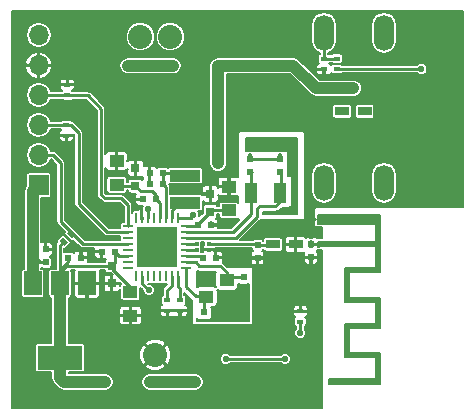
<source format=gbr>
G04 #@! TF.FileFunction,Copper,L1,Top,Signal*
%FSLAX46Y46*%
G04 Gerber Fmt 4.6, Leading zero omitted, Abs format (unit mm)*
G04 Created by KiCad (PCBNEW 4.0.5) date 05/26/17 15:09:59*
%MOMM*%
%LPD*%
G01*
G04 APERTURE LIST*
%ADD10C,0.100000*%
%ADD11C,2.032000*%
%ADD12R,3.800000X2.000000*%
%ADD13R,1.500000X2.000000*%
%ADD14R,1.200000X0.750000*%
%ADD15R,0.825500X0.254000*%
%ADD16R,0.254000X0.825500*%
%ADD17R,1.725000X1.725000*%
%ADD18C,0.356000*%
%ADD19R,1.150000X1.000000*%
%ADD20R,0.500000X0.600000*%
%ADD21R,0.600000X0.500000*%
%ADD22R,1.000000X1.800000*%
%ADD23R,0.330200X0.330200*%
%ADD24R,2.540000X1.021080*%
%ADD25R,0.600000X0.400000*%
%ADD26R,1.250000X1.000000*%
%ADD27R,0.750000X0.800000*%
%ADD28R,1.700000X1.700000*%
%ADD29O,1.700000X1.700000*%
%ADD30O,1.727200X3.048000*%
%ADD31C,1.016000*%
%ADD32C,0.558800*%
%ADD33C,0.254000*%
%ADD34C,0.558800*%
%ADD35C,1.016000*%
%ADD36C,0.152400*%
G04 APERTURE END LIST*
D10*
D11*
X13462000Y31521400D03*
X10922000Y31521400D03*
X12192000Y4597400D03*
D12*
X4114800Y4343000D03*
D13*
X4114800Y10643000D03*
X1814800Y10643000D03*
X6414800Y10643000D03*
D14*
X29906000Y25196800D03*
X28006000Y25196800D03*
D15*
X9855200Y15466000D03*
X9855200Y14966000D03*
X9855200Y14466000D03*
X9855200Y13966000D03*
X9855200Y13466000D03*
X9855200Y12966000D03*
X9855200Y12466000D03*
X9855200Y11966000D03*
D16*
X10569000Y11252200D03*
X11069000Y11252200D03*
X11569000Y11252200D03*
X12069000Y11252200D03*
X12569000Y11252200D03*
X13069000Y11252200D03*
X13569000Y11252200D03*
X14069000Y11252200D03*
D15*
X14782800Y11966000D03*
X14782800Y12466000D03*
X14782800Y12966000D03*
X14782800Y13466000D03*
X14782800Y13966000D03*
X14782800Y14466000D03*
X14782800Y14966000D03*
X14782800Y15466000D03*
D16*
X14069000Y16179800D03*
X13569000Y16179800D03*
X13069000Y16179800D03*
X12569000Y16179800D03*
X12069000Y16179800D03*
X11569000Y16179800D03*
X11049000Y16179800D03*
X10569000Y16179800D03*
D17*
X13181500Y12853500D03*
X13181500Y14578500D03*
X11456500Y12853500D03*
X11456500Y14578500D03*
D18*
X16954500Y18211800D03*
X20878800Y9956800D03*
X20878800Y10617200D03*
X20878800Y9296400D03*
X25679400Y5054600D03*
X25679400Y7594600D03*
X25679400Y10769600D03*
X25679400Y11404600D03*
X25679400Y8229600D03*
X25679400Y6324600D03*
X25679400Y5689600D03*
X25679400Y8864600D03*
X25679400Y10134600D03*
X25679400Y9499600D03*
X25679400Y6959600D03*
X20878800Y7315200D03*
X25679400Y3784600D03*
X16560800Y6756400D03*
X25679400Y4419600D03*
X18542000Y6756400D03*
X20955000Y15265400D03*
X18897600Y22453600D03*
X19202400Y6756400D03*
X17221200Y6756400D03*
X17881600Y6756400D03*
X19862800Y6756400D03*
X20878800Y8636000D03*
X15900400Y6756400D03*
X25679400Y3149600D03*
X25679400Y2514600D03*
X15252700Y6756400D03*
X25679400Y1244600D03*
X25679400Y609600D03*
X20523200Y6756400D03*
X25171400Y11785600D03*
X29083000Y17526000D03*
X27940000Y17526000D03*
X25400000Y15621000D03*
X24638000Y15621000D03*
X23812500Y15621000D03*
X23050500Y15621000D03*
X23812500Y16827500D03*
X23812500Y20066000D03*
X23812500Y21336000D03*
X22783800Y21513800D03*
X20243800Y21526500D03*
X34544000Y17526000D03*
X20472400Y14782800D03*
X10274300Y17767300D03*
X16865600Y15722600D03*
X26250900Y16065500D03*
X36017200Y18516600D03*
X18897600Y20802600D03*
X14935200Y7327900D03*
X18288000Y9550400D03*
X16510000Y10972800D03*
X12585700Y10058400D03*
X19659600Y8166100D03*
X13931900Y7327900D03*
X19659600Y9309100D03*
X25679400Y1879600D03*
X18516600Y8166100D03*
X23228300Y7785100D03*
X20878800Y7975600D03*
X18427700Y17830800D03*
X25209500Y20955000D03*
X23710900Y22517100D03*
X33401000Y17526000D03*
X25209500Y17526000D03*
X25209500Y16383000D03*
X22288500Y15621000D03*
X21526500Y15621000D03*
X21513800Y22123400D03*
X25209500Y22237700D03*
X30226000Y17526000D03*
X18897600Y21640800D03*
X13589000Y12446000D03*
X12954000Y12446000D03*
X12319000Y12446000D03*
X11684000Y12446000D03*
X11049000Y12446000D03*
X11049000Y13081000D03*
X11684000Y13081000D03*
X12319000Y13081000D03*
X12954000Y13081000D03*
X13589000Y13081000D03*
X13589000Y13716000D03*
X12954000Y13716000D03*
X12319000Y13716000D03*
X11684000Y13716000D03*
X11049000Y13716000D03*
X11049000Y14351000D03*
X11684000Y14351000D03*
X12319000Y14351000D03*
X12954000Y14351000D03*
X13589000Y14351000D03*
X13589000Y14986000D03*
X12954000Y14986000D03*
X12319000Y14986000D03*
X11684000Y14986000D03*
D19*
X16498600Y9510800D03*
X18248600Y9510800D03*
X18248600Y10910800D03*
X16498600Y10910800D03*
D18*
X11049000Y14986000D03*
D20*
X22783800Y21149400D03*
X22783800Y20049400D03*
X19659600Y10118000D03*
X19659600Y11218000D03*
D21*
X17415600Y8178800D03*
X16315600Y8178800D03*
D22*
X20289200Y18313400D03*
X22789200Y18313400D03*
D23*
X15697200Y13957300D03*
X15697200Y13474700D03*
X16713200Y13957300D03*
X16713200Y13474700D03*
D20*
X20243800Y21149400D03*
X20243800Y20049400D03*
D24*
X14719300Y19763740D03*
X14719300Y17472660D03*
D25*
X27533600Y29672700D03*
X27533600Y28772700D03*
D26*
X8915400Y18977100D03*
X8915400Y20977100D03*
D27*
X10502900Y18871500D03*
X10502900Y20371500D03*
D21*
X12234000Y17767300D03*
X11134000Y17767300D03*
X16214000Y12801600D03*
X17314000Y12801600D03*
D26*
X18427700Y18830800D03*
X18427700Y16830800D03*
D27*
X16840200Y18212500D03*
X16840200Y16712500D03*
D21*
X16907600Y15582900D03*
X15807600Y15582900D03*
X12805500Y20015200D03*
X11705500Y20015200D03*
X11705500Y19062700D03*
X12805500Y19062700D03*
D20*
X20853400Y13885000D03*
X20853400Y12785000D03*
X25374600Y13948500D03*
X25374600Y12848500D03*
X2921000Y13516700D03*
X2921000Y12416700D03*
D21*
X5896700Y12814300D03*
X4796700Y12814300D03*
D26*
X10071100Y7902700D03*
X10071100Y9902700D03*
D27*
X8509000Y10629200D03*
X8509000Y12129200D03*
D21*
X7654200Y13309600D03*
X8754200Y13309600D03*
D28*
X2311400Y18948400D03*
D29*
X2311400Y21488400D03*
X2311400Y24028400D03*
X2311400Y26568400D03*
X2311400Y29108400D03*
X2311400Y31648400D03*
D30*
X31546800Y31851600D03*
X26466800Y31851600D03*
X31546800Y19151600D03*
X26466800Y19151600D03*
D25*
X24472900Y7385900D03*
X24472900Y8285900D03*
X26466800Y29672700D03*
X26466800Y28772700D03*
D14*
X22164000Y13931900D03*
X24064000Y13931900D03*
D25*
X4660900Y24033900D03*
X4660900Y23133900D03*
X4724400Y27450200D03*
X4724400Y26550200D03*
D10*
G36*
X4502313Y13818949D02*
X4078049Y14243213D01*
X4360891Y14526055D01*
X4785155Y14101791D01*
X4502313Y13818949D01*
X4502313Y13818949D01*
G37*
G36*
X5138709Y14455345D02*
X4714445Y14879609D01*
X4997287Y15162451D01*
X5421551Y14738187D01*
X5138709Y14455345D01*
X5138709Y14455345D01*
G37*
D25*
X13208000Y9213000D03*
X13208000Y8313000D03*
X14287500Y9213000D03*
X14287500Y8313000D03*
D31*
X15544800Y2286000D03*
X7924800Y2286000D03*
X11734800Y2286000D03*
D32*
X16214000Y12801600D03*
D31*
X17513300Y20815300D03*
D32*
X18440400Y16833000D03*
D31*
X28956000Y27152600D03*
D32*
X17513300Y29070300D03*
X13703300Y29070300D03*
X9893300Y29070300D03*
X29906000Y25196800D03*
X10083800Y9880600D03*
D31*
X4114800Y7683500D03*
D32*
X8915400Y18977100D03*
X18248600Y10910800D03*
X14719300Y17472660D03*
X14701100Y19773900D03*
X20289200Y18313400D03*
X34721800Y28778200D03*
X24472900Y6438900D03*
X28006000Y25196800D03*
X11569700Y16916400D03*
X15417800Y16395700D03*
X11633200Y10058400D03*
X18148300Y4216400D03*
X23164800Y4216400D03*
D33*
X20243800Y21149400D02*
X20243800Y21526500D01*
X22783800Y21513800D02*
X22783800Y21149400D01*
X25345300Y13931900D02*
X25374600Y13961200D01*
X22796500Y21187500D02*
X20298500Y21187500D01*
X20298500Y21187500D02*
X20256500Y21145500D01*
X20256500Y21145500D02*
X20256500Y21187500D01*
D34*
X13181500Y14578500D02*
X13589000Y14986000D01*
X12954000Y14986000D02*
X13181500Y14578500D01*
X13181500Y14578500D02*
X12726500Y14578500D01*
X12726500Y14578500D02*
X12319000Y14986000D01*
X11684000Y14986000D02*
X11456500Y14578500D01*
X11456500Y14578500D02*
X11049000Y14986000D01*
X11049000Y14351000D02*
X11456500Y14578500D01*
X11456500Y14578500D02*
X11684000Y14351000D01*
X12319000Y14351000D02*
X13181500Y14578500D01*
X13181500Y14578500D02*
X12954000Y14351000D01*
X13589000Y14351000D02*
X13181500Y14578500D01*
X13181500Y12853500D02*
X13181500Y13308500D01*
X13181500Y13308500D02*
X13589000Y13716000D01*
X12954000Y13716000D02*
X13181500Y12853500D01*
X13181500Y12853500D02*
X12319000Y13716000D01*
X11684000Y13716000D02*
X11456500Y12853500D01*
X11456500Y12853500D02*
X11456500Y13308500D01*
X11456500Y13308500D02*
X11049000Y13716000D01*
X11049000Y13081000D02*
X11456500Y12853500D01*
X11456500Y12853500D02*
X11684000Y13081000D01*
X12319000Y13081000D02*
X13181500Y12853500D01*
X13181500Y12853500D02*
X12954000Y13081000D01*
X13589000Y13081000D02*
X13181500Y12853500D01*
X13181500Y12853500D02*
X13589000Y12446000D01*
X12954000Y12446000D02*
X13181500Y12853500D01*
X13181500Y12853500D02*
X12726500Y12853500D01*
X12726500Y12853500D02*
X12319000Y12446000D01*
X11684000Y12446000D02*
X11456500Y12853500D01*
X11456500Y12853500D02*
X11049000Y12446000D01*
D35*
X11734800Y2286000D02*
X15544800Y2286000D01*
X4114800Y2616200D02*
X4445000Y2286000D01*
X4445000Y2286000D02*
X7924800Y2286000D01*
X4114800Y4343000D02*
X4114800Y2730500D01*
X4114800Y2730500D02*
X4114800Y2616200D01*
D33*
X14782800Y12966000D02*
X16049600Y12966000D01*
D35*
X17513300Y29070300D02*
X17513300Y20815300D01*
D33*
X18440400Y16833000D02*
X18438200Y16830800D01*
X18438200Y16830800D02*
X18427700Y16830800D01*
D35*
X17513300Y29070300D02*
X23876000Y29070300D01*
X23876000Y29070300D02*
X25793700Y27152600D01*
X25793700Y27152600D02*
X28956000Y27152600D01*
X9893300Y29070300D02*
X13703300Y29070300D01*
D33*
X18427700Y16830800D02*
X16958500Y16830800D01*
X16958500Y16830800D02*
X16840200Y16712500D01*
X15807600Y15582900D02*
X15807600Y15679900D01*
X15807600Y15679900D02*
X16840200Y16712500D01*
X14782800Y15466000D02*
X15690700Y15466000D01*
X15690700Y15466000D02*
X15807600Y15582900D01*
D34*
X10083800Y9880600D02*
X10071100Y9893300D01*
X10071100Y9893300D02*
X10071100Y9902700D01*
D33*
X4796700Y12814300D02*
X4796700Y12429400D01*
X4114800Y11747500D02*
X4114800Y11620500D01*
X4796700Y12429400D02*
X4114800Y11747500D01*
X8509000Y12129200D02*
X4623500Y12129200D01*
X4623500Y12129200D02*
X4114800Y11620500D01*
X4114800Y11620500D02*
X4114800Y11620500D01*
X4114800Y11620500D02*
X4114800Y10643000D01*
X8509000Y12129200D02*
X8509000Y11887200D01*
X8509000Y11887200D02*
X10071100Y10325100D01*
X10071100Y10325100D02*
X10071100Y9902700D01*
X8509000Y12129200D02*
X8509000Y12052300D01*
X8754200Y13309600D02*
X8754200Y12374400D01*
X8754200Y12374400D02*
X8509000Y12129200D01*
X9855200Y12966000D02*
X9097800Y12966000D01*
X9097800Y12966000D02*
X8754200Y13309600D01*
D35*
X4114800Y4343000D02*
X4114800Y7683500D01*
X4114800Y7683500D02*
X4114800Y10643000D01*
D33*
X4114800Y10643000D02*
X4114800Y13855700D01*
X4114800Y13855700D02*
X4431602Y14172502D01*
X4724400Y26550200D02*
X2329600Y26550200D01*
X2329600Y26550200D02*
X2311400Y26568400D01*
X9855200Y15466000D02*
X9855200Y17284700D01*
X6457100Y26550200D02*
X4724400Y26550200D01*
X7607300Y25400000D02*
X6457100Y26550200D01*
X7607300Y18122900D02*
X7607300Y25400000D01*
X7899400Y17830800D02*
X7607300Y18122900D01*
X9309100Y17830800D02*
X7899400Y17830800D01*
X9855200Y17284700D02*
X9309100Y17830800D01*
X4660900Y24033900D02*
X2316900Y24033900D01*
X2316900Y24033900D02*
X2311400Y24028400D01*
X9855200Y14966000D02*
X8084500Y14966000D01*
X5036400Y24033900D02*
X4660900Y24033900D01*
X5689600Y23380700D02*
X5036400Y24033900D01*
X5689600Y17360900D02*
X5689600Y23380700D01*
X8084500Y14966000D02*
X5689600Y17360900D01*
X13569000Y11252200D02*
X13569000Y10419400D01*
X13208000Y10058400D02*
X13208000Y9213000D01*
X13569000Y10419400D02*
X13208000Y10058400D01*
X14069000Y11252200D02*
X14069000Y10378500D01*
X14287500Y10160000D02*
X14287500Y9213000D01*
X14069000Y10378500D02*
X14287500Y10160000D01*
X14782800Y14466000D02*
X19038000Y14466000D01*
X22352000Y17208500D02*
X22796500Y17653000D01*
X21018500Y17208500D02*
X22352000Y17208500D01*
X20828000Y17018000D02*
X21018500Y17208500D01*
X20828000Y16256000D02*
X20828000Y17018000D01*
X19038000Y14466000D02*
X20828000Y16256000D01*
X22796500Y17653000D02*
X22796500Y18478500D01*
X22796500Y18478500D02*
X22840000Y18415000D01*
X22796500Y18351500D02*
X22840000Y18415000D01*
X22796500Y20087500D02*
X22796500Y18351500D01*
X9021000Y18871500D02*
X8915400Y18977100D01*
X10502900Y18871500D02*
X9021000Y18871500D01*
X12234000Y17767300D02*
X12234000Y18131700D01*
X10946700Y18427700D02*
X10502900Y18871500D01*
X11938000Y18427700D02*
X10946700Y18427700D01*
X12234000Y18131700D02*
X11938000Y18427700D01*
X12569000Y16179800D02*
X12569000Y17432300D01*
X12569000Y17432300D02*
X12234000Y17767300D01*
X12573000Y16192500D02*
X12569000Y16179800D01*
X12573000Y16306800D02*
X12569000Y16179800D01*
X15900400Y12141200D02*
X15595600Y12446000D01*
X17678400Y12141200D02*
X15900400Y12141200D01*
X18248600Y10910800D02*
X18248600Y11571000D01*
X15595600Y12446000D02*
X14833600Y12446000D01*
X18248600Y11571000D02*
X17678400Y12141200D01*
X14833600Y12446000D02*
X14782800Y12466000D01*
X19659600Y11218000D02*
X18584000Y11218000D01*
X18584000Y11218000D02*
X18237200Y10871200D01*
X18237200Y10871200D02*
X18248600Y10910800D01*
X18237200Y10922000D02*
X18248600Y10910800D01*
X14795500Y12446000D02*
X14782800Y12466000D01*
X16315600Y8178800D02*
X16315600Y9406800D01*
X16315600Y9406800D02*
X16560800Y9652000D01*
X16560800Y9652000D02*
X16498600Y9510800D01*
X14782800Y11966000D02*
X14782800Y10363200D01*
X15595600Y9550400D02*
X16459200Y9550400D01*
X14782800Y10363200D02*
X15595600Y9550400D01*
X16459200Y9550400D02*
X16498600Y9510800D01*
X13569000Y16179800D02*
X13569000Y16822100D01*
X13569000Y16822100D02*
X14219560Y17472660D01*
X14219560Y17472660D02*
X14719300Y17472660D01*
X13589000Y16192500D02*
X13569000Y16179800D01*
X20853400Y13885000D02*
X22117100Y13885000D01*
X22117100Y13885000D02*
X22164000Y13931900D01*
X16713200Y13957300D02*
X20781100Y13957300D01*
X20781100Y13957300D02*
X20853400Y13885000D01*
X14701100Y19773900D02*
X14711260Y19763740D01*
X14711260Y19763740D02*
X14719300Y19763740D01*
X12805500Y20015200D02*
X14467840Y20015200D01*
X14467840Y20015200D02*
X14719300Y19763740D01*
X12805500Y20015200D02*
X12805500Y19062700D01*
X13069000Y16179800D02*
X13069000Y18799200D01*
X13069000Y18799200D02*
X12805500Y19062700D01*
X20256500Y20087500D02*
X20256500Y18542000D01*
X20340000Y20046000D02*
X20256500Y20129500D01*
X20256500Y20129500D02*
X20256500Y20087500D01*
X20320000Y16510000D02*
X20320000Y18478500D01*
X20320000Y18478500D02*
X20340000Y18415000D01*
X20256500Y18542000D02*
X20383500Y18415000D01*
X20383500Y18415000D02*
X20340000Y18415000D01*
X14782800Y14966000D02*
X18776000Y14966000D01*
X18776000Y14966000D02*
X20320000Y16510000D01*
X27533600Y28772700D02*
X34716300Y28772700D01*
X34716300Y28772700D02*
X34721800Y28778200D01*
X24472900Y6438900D02*
X24472900Y7385900D01*
X5067998Y14808898D02*
X5067998Y14947202D01*
X5067998Y14947202D02*
X4775200Y15240000D01*
X9855200Y13966000D02*
X6049200Y13966000D01*
X3505200Y21488400D02*
X2311400Y21488400D01*
X4165600Y20828000D02*
X3505200Y21488400D01*
X4165600Y15849600D02*
X4165600Y20828000D01*
X6049200Y13966000D02*
X4775200Y15240000D01*
X4775200Y15240000D02*
X4165600Y15849600D01*
X14782800Y13966000D02*
X15693200Y13966000D01*
X15693200Y13966000D02*
X15697200Y13970000D01*
X15697200Y13970000D02*
X15697200Y13957300D01*
X14782800Y13466000D02*
X15693200Y13466000D01*
X15693200Y13466000D02*
X15697200Y13462000D01*
X15697200Y13462000D02*
X15697200Y13474700D01*
X27533600Y29672700D02*
X26466800Y29672700D01*
X26466800Y31851600D02*
X26466800Y29672700D01*
X11569000Y16915700D02*
X11569700Y16916400D01*
X11569000Y16179800D02*
X11569000Y16915700D01*
X2921000Y12416700D02*
X2404200Y12416700D01*
X2404200Y12416700D02*
X1814800Y13006100D01*
D35*
X1814800Y10643000D02*
X1814800Y13006100D01*
X1814800Y13006100D02*
X1814800Y18451800D01*
X1814800Y18451800D02*
X2311400Y18948400D01*
D33*
X14069000Y16179800D02*
X15201900Y16179800D01*
X15201900Y16179800D02*
X15417800Y16395700D01*
X18148300Y4216400D02*
X23164800Y4216400D01*
X11069000Y10622600D02*
X11633200Y10058400D01*
X11069000Y11252200D02*
X11069000Y10622600D01*
D36*
G36*
X24180800Y16522700D02*
X21336000Y16522700D01*
X21336000Y16700500D01*
X22352000Y16700500D01*
X22546403Y16739169D01*
X22711210Y16849290D01*
X22886856Y17024936D01*
X23289200Y17024936D01*
X23430390Y17051503D01*
X23555953Y17132300D01*
X23685500Y17132300D01*
X23713195Y17137511D01*
X23738632Y17153879D01*
X23755697Y17178854D01*
X23761700Y17208500D01*
X23761700Y19621500D01*
X23756489Y19649195D01*
X23740121Y19674632D01*
X23715146Y19691697D01*
X23685500Y19697700D01*
X23444200Y19697700D01*
X23444200Y21780500D01*
X23438989Y21808195D01*
X23422621Y21833632D01*
X23397646Y21850697D01*
X23368000Y21856700D01*
X19888200Y21856700D01*
X19888200Y22974300D01*
X24180800Y22974300D01*
X24180800Y16522700D01*
X24180800Y16522700D01*
G37*
X24180800Y16522700D02*
X21336000Y16522700D01*
X21336000Y16700500D01*
X22352000Y16700500D01*
X22546403Y16739169D01*
X22711210Y16849290D01*
X22886856Y17024936D01*
X23289200Y17024936D01*
X23430390Y17051503D01*
X23555953Y17132300D01*
X23685500Y17132300D01*
X23713195Y17137511D01*
X23738632Y17153879D01*
X23755697Y17178854D01*
X23761700Y17208500D01*
X23761700Y19621500D01*
X23756489Y19649195D01*
X23740121Y19674632D01*
X23715146Y19691697D01*
X23685500Y19697700D01*
X23444200Y19697700D01*
X23444200Y21780500D01*
X23438989Y21808195D01*
X23422621Y21833632D01*
X23397646Y21850697D01*
X23368000Y21856700D01*
X19888200Y21856700D01*
X19888200Y22974300D01*
X24180800Y22974300D01*
X24180800Y16522700D01*
G36*
X19258466Y10560141D02*
X19409600Y10529536D01*
X19909600Y10529536D01*
X20050790Y10556103D01*
X20091400Y10582235D01*
X20091400Y7493000D01*
X15722600Y7493000D01*
X15722600Y7680540D01*
X15737146Y7657935D01*
X15864466Y7570941D01*
X16015600Y7540336D01*
X16615600Y7540336D01*
X16756790Y7566903D01*
X16886465Y7650346D01*
X16973459Y7777666D01*
X17004064Y7928800D01*
X17004064Y8428800D01*
X16977497Y8569990D01*
X16943814Y8622336D01*
X17073600Y8622336D01*
X17214790Y8648903D01*
X17344465Y8732346D01*
X17431459Y8859666D01*
X17462064Y9010800D01*
X17462064Y10010800D01*
X17444053Y10106518D01*
X17522466Y10052941D01*
X17673600Y10022336D01*
X18823600Y10022336D01*
X18964790Y10048903D01*
X19094465Y10132346D01*
X19181459Y10259666D01*
X19212064Y10410800D01*
X19212064Y10591846D01*
X19258466Y10560141D01*
X19258466Y10560141D01*
G37*
X19258466Y10560141D02*
X19409600Y10529536D01*
X19909600Y10529536D01*
X20050790Y10556103D01*
X20091400Y10582235D01*
X20091400Y7493000D01*
X15722600Y7493000D01*
X15722600Y7680540D01*
X15737146Y7657935D01*
X15864466Y7570941D01*
X16015600Y7540336D01*
X16615600Y7540336D01*
X16756790Y7566903D01*
X16886465Y7650346D01*
X16973459Y7777666D01*
X17004064Y7928800D01*
X17004064Y8428800D01*
X16977497Y8569990D01*
X16943814Y8622336D01*
X17073600Y8622336D01*
X17214790Y8648903D01*
X17344465Y8732346D01*
X17431459Y8859666D01*
X17462064Y9010800D01*
X17462064Y10010800D01*
X17444053Y10106518D01*
X17522466Y10052941D01*
X17673600Y10022336D01*
X18823600Y10022336D01*
X18964790Y10048903D01*
X19094465Y10132346D01*
X19181459Y10259666D01*
X19212064Y10410800D01*
X19212064Y10591846D01*
X19258466Y10560141D01*
G36*
X15900400Y11633200D02*
X17364435Y11633200D01*
X17315741Y11561934D01*
X17285136Y11410800D01*
X17285136Y10410800D01*
X17303147Y10315082D01*
X17224734Y10368659D01*
X17073600Y10399264D01*
X15923600Y10399264D01*
X15782410Y10372697D01*
X15722600Y10334211D01*
X15722600Y11658600D01*
X15772707Y11658600D01*
X15900400Y11633200D01*
X15900400Y11633200D01*
G37*
X15900400Y11633200D02*
X17364435Y11633200D01*
X17315741Y11561934D01*
X17285136Y11410800D01*
X17285136Y10410800D01*
X17303147Y10315082D01*
X17224734Y10368659D01*
X17073600Y10399264D01*
X15923600Y10399264D01*
X15782410Y10372697D01*
X15722600Y10334211D01*
X15722600Y11658600D01*
X15772707Y11658600D01*
X15900400Y11633200D01*
G36*
X38277800Y17068800D02*
X25742900Y17068800D01*
X25713254Y17062797D01*
X25688279Y17045732D01*
X25671911Y17020295D01*
X25666700Y16992600D01*
X25666700Y16141700D01*
X25672703Y16112054D01*
X25689768Y16087079D01*
X25715205Y16070711D01*
X25742900Y16065500D01*
X25713254Y16059497D01*
X25688279Y16042432D01*
X25671911Y16016995D01*
X25666700Y15989300D01*
X25666700Y15455900D01*
X25672703Y15426254D01*
X25689768Y15401279D01*
X25715205Y15384911D01*
X25742900Y15379700D01*
X26301700Y15379700D01*
X26301700Y14490700D01*
X25849373Y14490700D01*
X25811643Y14528430D01*
X25690281Y14578700D01*
X25507950Y14578700D01*
X25425400Y14496150D01*
X25425400Y14490700D01*
X25323800Y14490700D01*
X25323800Y14496150D01*
X25241250Y14578700D01*
X25058919Y14578700D01*
X24937557Y14528430D01*
X24923500Y14514373D01*
X24851043Y14586830D01*
X24729681Y14637100D01*
X24197350Y14637100D01*
X24114800Y14554550D01*
X24114800Y13982700D01*
X24134800Y13982700D01*
X24134800Y13881100D01*
X24114800Y13881100D01*
X24114800Y13309250D01*
X24197350Y13226700D01*
X24729681Y13226700D01*
X24814063Y13261652D01*
X24794400Y13214181D01*
X24794400Y12981850D01*
X24876950Y12899300D01*
X25323800Y12899300D01*
X25323800Y12919300D01*
X25425400Y12919300D01*
X25425400Y12899300D01*
X25872250Y12899300D01*
X25954800Y12981850D01*
X25954800Y13214181D01*
X25904530Y13335543D01*
X25841573Y13398500D01*
X25866973Y13423900D01*
X26301700Y13423900D01*
X26301700Y76200D01*
X76200Y76200D01*
X76200Y11643000D01*
X831722Y11643000D01*
X831722Y9643000D01*
X847662Y9558286D01*
X897728Y9480482D01*
X974120Y9428285D01*
X1064800Y9409922D01*
X2564800Y9409922D01*
X2649514Y9425862D01*
X2727318Y9475928D01*
X2779515Y9552320D01*
X2797878Y9643000D01*
X2797878Y11643000D01*
X2781938Y11727714D01*
X2731872Y11805518D01*
X2655480Y11857715D01*
X2564800Y11876078D01*
X2551400Y11876078D01*
X2551400Y11921745D01*
X2580320Y11901985D01*
X2671000Y11883622D01*
X3171000Y11883622D01*
X3255714Y11899562D01*
X3333518Y11949628D01*
X3385715Y12026020D01*
X3404078Y12116700D01*
X3404078Y12716700D01*
X3388138Y12801414D01*
X3338072Y12879218D01*
X3293170Y12909899D01*
X3358043Y12936770D01*
X3450930Y13029657D01*
X3501200Y13151019D01*
X3501200Y13383350D01*
X3418650Y13465900D01*
X2971800Y13465900D01*
X2971800Y13445900D01*
X2870200Y13445900D01*
X2870200Y13465900D01*
X2850200Y13465900D01*
X2850200Y13567500D01*
X2870200Y13567500D01*
X2870200Y14064350D01*
X2971800Y14064350D01*
X2971800Y13567500D01*
X3418650Y13567500D01*
X3501200Y13650050D01*
X3501200Y13882381D01*
X3450930Y14003743D01*
X3358043Y14096630D01*
X3236681Y14146900D01*
X3054350Y14146900D01*
X2971800Y14064350D01*
X2870200Y14064350D01*
X2787650Y14146900D01*
X2605319Y14146900D01*
X2551400Y14124566D01*
X2551400Y17865322D01*
X3161400Y17865322D01*
X3246114Y17881262D01*
X3323918Y17931328D01*
X3376115Y18007720D01*
X3394478Y18098400D01*
X3394478Y19798400D01*
X3378538Y19883114D01*
X3328472Y19960918D01*
X3252080Y20013115D01*
X3161400Y20031478D01*
X1461400Y20031478D01*
X1376686Y20015538D01*
X1298882Y19965472D01*
X1246685Y19889080D01*
X1228322Y19798400D01*
X1228322Y18874443D01*
X1134270Y18733685D01*
X1078200Y18451800D01*
X1078200Y11876078D01*
X1064800Y11876078D01*
X980086Y11860138D01*
X902282Y11810072D01*
X850085Y11733680D01*
X831722Y11643000D01*
X76200Y11643000D01*
X76200Y26568400D01*
X1211669Y26568400D01*
X1293773Y26155638D01*
X1527584Y25805715D01*
X1877507Y25571904D01*
X2290269Y25489800D01*
X2332531Y25489800D01*
X2745293Y25571904D01*
X3095216Y25805715D01*
X3329027Y26155638D01*
X3336777Y26194600D01*
X4252876Y26194600D01*
X4257328Y26187682D01*
X4333720Y26135485D01*
X4424400Y26117122D01*
X5024400Y26117122D01*
X5109114Y26133062D01*
X5186918Y26183128D01*
X5194757Y26194600D01*
X6309806Y26194600D01*
X7251700Y25252706D01*
X7251700Y18122900D01*
X7278768Y17986817D01*
X7355853Y17871453D01*
X7647953Y17579353D01*
X7763317Y17502268D01*
X7899400Y17475200D01*
X9161806Y17475200D01*
X9499600Y17137406D01*
X9499600Y15826078D01*
X9442450Y15826078D01*
X9357736Y15810138D01*
X9279932Y15760072D01*
X9227735Y15683680D01*
X9209372Y15593000D01*
X9209372Y15339000D01*
X9212646Y15321600D01*
X8231794Y15321600D01*
X6045200Y17508194D01*
X6045200Y23380700D01*
X6018132Y23516782D01*
X5941047Y23632147D01*
X5287847Y24285347D01*
X5172483Y24362432D01*
X5146518Y24367597D01*
X5127972Y24396418D01*
X5051580Y24448615D01*
X4960900Y24466978D01*
X4360900Y24466978D01*
X4276186Y24451038D01*
X4198382Y24400972D01*
X4190543Y24389500D01*
X3339303Y24389500D01*
X3329027Y24441162D01*
X3095216Y24791085D01*
X2745293Y25024896D01*
X2332531Y25107000D01*
X2290269Y25107000D01*
X1877507Y25024896D01*
X1527584Y24791085D01*
X1293773Y24441162D01*
X1211669Y24028400D01*
X1293773Y23615638D01*
X1527584Y23265715D01*
X1877507Y23031904D01*
X2290269Y22949800D01*
X2332531Y22949800D01*
X2587666Y23000550D01*
X4030700Y23000550D01*
X4030700Y22868219D01*
X4080970Y22746857D01*
X4173857Y22653970D01*
X4295219Y22603700D01*
X4527550Y22603700D01*
X4610100Y22686250D01*
X4610100Y23083100D01*
X4711700Y23083100D01*
X4711700Y22686250D01*
X4794250Y22603700D01*
X5026581Y22603700D01*
X5147943Y22653970D01*
X5240830Y22746857D01*
X5291100Y22868219D01*
X5291100Y23000550D01*
X5208550Y23083100D01*
X4711700Y23083100D01*
X4610100Y23083100D01*
X4113250Y23083100D01*
X4030700Y23000550D01*
X2587666Y23000550D01*
X2745293Y23031904D01*
X3095216Y23265715D01*
X3329027Y23615638D01*
X3341491Y23678300D01*
X4189376Y23678300D01*
X4193828Y23671382D01*
X4238730Y23640701D01*
X4173857Y23613830D01*
X4080970Y23520943D01*
X4030700Y23399581D01*
X4030700Y23267250D01*
X4113250Y23184700D01*
X4610100Y23184700D01*
X4610100Y23204700D01*
X4711700Y23204700D01*
X4711700Y23184700D01*
X5208550Y23184700D01*
X5291100Y23267250D01*
X5291100Y23276306D01*
X5334000Y23233406D01*
X5334000Y17360900D01*
X5361068Y17224817D01*
X5438153Y17109453D01*
X7833053Y14714553D01*
X7948417Y14637468D01*
X8084500Y14610400D01*
X9212896Y14610400D01*
X9209372Y14593000D01*
X9209372Y14339000D01*
X9212646Y14321600D01*
X6196494Y14321600D01*
X4521200Y15996894D01*
X4521200Y20828000D01*
X4494132Y20964082D01*
X4417047Y21079447D01*
X3756647Y21739847D01*
X3641283Y21816932D01*
X3505200Y21844000D01*
X3340397Y21844000D01*
X3329027Y21901162D01*
X3095216Y22251085D01*
X2745293Y22484896D01*
X2332531Y22567000D01*
X2290269Y22567000D01*
X1877507Y22484896D01*
X1527584Y22251085D01*
X1293773Y21901162D01*
X1211669Y21488400D01*
X1293773Y21075638D01*
X1527584Y20725715D01*
X1877507Y20491904D01*
X2290269Y20409800D01*
X2332531Y20409800D01*
X2745293Y20491904D01*
X3095216Y20725715D01*
X3329027Y21075638D01*
X3340397Y21132800D01*
X3357906Y21132800D01*
X3810000Y20680706D01*
X3810000Y15849600D01*
X3837068Y15713517D01*
X3914153Y15598153D01*
X4516451Y14995855D01*
X4501003Y14973247D01*
X4481389Y14882829D01*
X4498498Y14791903D01*
X4549634Y14714798D01*
X4973898Y14290534D01*
X5045071Y14241903D01*
X5135489Y14222289D01*
X5226415Y14239398D01*
X5254369Y14257937D01*
X5797753Y13714553D01*
X5913117Y13637468D01*
X6049200Y13610400D01*
X7024000Y13610400D01*
X7024000Y13442950D01*
X7106550Y13360400D01*
X7603400Y13360400D01*
X7603400Y13380400D01*
X7705000Y13380400D01*
X7705000Y13360400D01*
X7725000Y13360400D01*
X7725000Y13258800D01*
X7705000Y13258800D01*
X7705000Y12811950D01*
X7787550Y12729400D01*
X8019881Y12729400D01*
X8028533Y12732984D01*
X7971482Y12696272D01*
X7919285Y12619880D01*
X7900922Y12529200D01*
X7900922Y12484800D01*
X6521176Y12484800D01*
X6526900Y12498619D01*
X6526900Y12680950D01*
X6444350Y12763500D01*
X5947500Y12763500D01*
X5947500Y12743500D01*
X5845900Y12743500D01*
X5845900Y12763500D01*
X5825900Y12763500D01*
X5825900Y12865100D01*
X5845900Y12865100D01*
X5845900Y13311950D01*
X5947500Y13311950D01*
X5947500Y12865100D01*
X6444350Y12865100D01*
X6526900Y12947650D01*
X6526900Y13129981D01*
X6507735Y13176250D01*
X7024000Y13176250D01*
X7024000Y12993919D01*
X7074270Y12872557D01*
X7167157Y12779670D01*
X7288519Y12729400D01*
X7520850Y12729400D01*
X7603400Y12811950D01*
X7603400Y13258800D01*
X7106550Y13258800D01*
X7024000Y13176250D01*
X6507735Y13176250D01*
X6476630Y13251343D01*
X6383743Y13344230D01*
X6262381Y13394500D01*
X6030050Y13394500D01*
X5947500Y13311950D01*
X5845900Y13311950D01*
X5763350Y13394500D01*
X5531019Y13394500D01*
X5409657Y13344230D01*
X5316770Y13251343D01*
X5289835Y13186316D01*
X5263772Y13226818D01*
X5187380Y13279015D01*
X5096700Y13297378D01*
X4496700Y13297378D01*
X4470400Y13292429D01*
X4470400Y13592117D01*
X4499093Y13585893D01*
X4590019Y13603002D01*
X4667124Y13654138D01*
X4949966Y13936980D01*
X4998597Y14008153D01*
X5018211Y14098571D01*
X5001102Y14189497D01*
X4949966Y14266602D01*
X4525702Y14690866D01*
X4454529Y14739497D01*
X4364111Y14759111D01*
X4273185Y14742002D01*
X4196080Y14690866D01*
X3913238Y14408024D01*
X3864607Y14336851D01*
X3844993Y14246433D01*
X3862102Y14155507D01*
X3881884Y14125678D01*
X3863353Y14107147D01*
X3786268Y13991783D01*
X3781935Y13970000D01*
X3759200Y13855700D01*
X3759200Y11876078D01*
X3364800Y11876078D01*
X3280086Y11860138D01*
X3202282Y11810072D01*
X3150085Y11733680D01*
X3131722Y11643000D01*
X3131722Y9643000D01*
X3147662Y9558286D01*
X3197728Y9480482D01*
X3274120Y9428285D01*
X3364800Y9409922D01*
X3378200Y9409922D01*
X3378200Y7684143D01*
X3378072Y7537624D01*
X3378200Y7537314D01*
X3378200Y5576078D01*
X2214800Y5576078D01*
X2130086Y5560138D01*
X2052282Y5510072D01*
X2000085Y5433680D01*
X1981722Y5343000D01*
X1981722Y3343000D01*
X1997662Y3258286D01*
X2047728Y3180482D01*
X2124120Y3128285D01*
X2214800Y3109922D01*
X3378200Y3109922D01*
X3378200Y2616200D01*
X3434270Y2334315D01*
X3593945Y2095345D01*
X3924145Y1765145D01*
X4163115Y1605470D01*
X4445000Y1549400D01*
X7924157Y1549400D01*
X8070676Y1549272D01*
X8341505Y1661177D01*
X8548895Y1868205D01*
X8661272Y2138838D01*
X8661273Y2140124D01*
X10998072Y2140124D01*
X11109977Y1869295D01*
X11317005Y1661905D01*
X11587638Y1549528D01*
X11880676Y1549272D01*
X11880986Y1549400D01*
X15544157Y1549400D01*
X15690676Y1549272D01*
X15961505Y1661177D01*
X16168895Y1868205D01*
X16281272Y2138838D01*
X16281528Y2431876D01*
X16169623Y2702705D01*
X15962595Y2910095D01*
X15691962Y3022472D01*
X15398924Y3022728D01*
X15398614Y3022600D01*
X11735443Y3022600D01*
X11588924Y3022728D01*
X11318095Y2910823D01*
X11110705Y2703795D01*
X10998328Y2433162D01*
X10998072Y2140124D01*
X8661273Y2140124D01*
X8661528Y2431876D01*
X8549623Y2702705D01*
X8342595Y2910095D01*
X8071962Y3022472D01*
X7778924Y3022728D01*
X7778614Y3022600D01*
X4851400Y3022600D01*
X4851400Y3109922D01*
X6014800Y3109922D01*
X6099514Y3125862D01*
X6177318Y3175928D01*
X6229515Y3252320D01*
X6247878Y3343000D01*
X6247878Y3650002D01*
X11316444Y3650002D01*
X11426872Y3457866D01*
X11921195Y3251805D01*
X12456746Y3250600D01*
X12951991Y3454433D01*
X12957128Y3457866D01*
X13067556Y3650002D01*
X12192000Y4525558D01*
X11316444Y3650002D01*
X6247878Y3650002D01*
X6247878Y4332654D01*
X10845200Y4332654D01*
X11049033Y3837409D01*
X11052466Y3832272D01*
X11244602Y3721844D01*
X12120158Y4597400D01*
X12263842Y4597400D01*
X13139398Y3721844D01*
X13331534Y3832272D01*
X13449722Y4115796D01*
X17640212Y4115796D01*
X17717388Y3929017D01*
X17860166Y3785990D01*
X18046809Y3708489D01*
X18248904Y3708312D01*
X18435683Y3785488D01*
X18511126Y3860800D01*
X22801986Y3860800D01*
X22876666Y3785990D01*
X23063309Y3708489D01*
X23265404Y3708312D01*
X23452183Y3785488D01*
X23595210Y3928266D01*
X23672711Y4114909D01*
X23672888Y4317004D01*
X23595712Y4503783D01*
X23452934Y4646810D01*
X23266291Y4724311D01*
X23064196Y4724488D01*
X22877417Y4647312D01*
X22801974Y4572000D01*
X18511114Y4572000D01*
X18436434Y4646810D01*
X18249791Y4724311D01*
X18047696Y4724488D01*
X17860917Y4647312D01*
X17717890Y4504534D01*
X17640389Y4317891D01*
X17640212Y4115796D01*
X13449722Y4115796D01*
X13537595Y4326595D01*
X13538800Y4862146D01*
X13334967Y5357391D01*
X13331534Y5362528D01*
X13139398Y5472956D01*
X12263842Y4597400D01*
X12120158Y4597400D01*
X11244602Y5472956D01*
X11052466Y5362528D01*
X10846405Y4868205D01*
X10845200Y4332654D01*
X6247878Y4332654D01*
X6247878Y5343000D01*
X6231938Y5427714D01*
X6181872Y5505518D01*
X6124385Y5544798D01*
X11316444Y5544798D01*
X12192000Y4669242D01*
X13067556Y5544798D01*
X12957128Y5736934D01*
X12462805Y5942995D01*
X11927254Y5944200D01*
X11432009Y5740367D01*
X11426872Y5736934D01*
X11316444Y5544798D01*
X6124385Y5544798D01*
X6105480Y5557715D01*
X6014800Y5576078D01*
X4851400Y5576078D01*
X4851400Y7682857D01*
X4851475Y7769350D01*
X9115900Y7769350D01*
X9115900Y7337019D01*
X9166170Y7215657D01*
X9259057Y7122770D01*
X9380419Y7072500D01*
X9937750Y7072500D01*
X10020300Y7155050D01*
X10020300Y7851900D01*
X10121900Y7851900D01*
X10121900Y7155050D01*
X10204450Y7072500D01*
X10761781Y7072500D01*
X10883143Y7122770D01*
X10976030Y7215657D01*
X11026300Y7337019D01*
X11026300Y7769350D01*
X10943750Y7851900D01*
X10121900Y7851900D01*
X10020300Y7851900D01*
X9198450Y7851900D01*
X9115900Y7769350D01*
X4851475Y7769350D01*
X4851528Y7829376D01*
X4851400Y7829686D01*
X4851400Y8468381D01*
X9115900Y8468381D01*
X9115900Y8036050D01*
X9198450Y7953500D01*
X10020300Y7953500D01*
X10020300Y8650350D01*
X10121900Y8650350D01*
X10121900Y7953500D01*
X10943750Y7953500D01*
X11026300Y8036050D01*
X11026300Y8179650D01*
X12577800Y8179650D01*
X12577800Y8047319D01*
X12628070Y7925957D01*
X12720957Y7833070D01*
X12842319Y7782800D01*
X13074650Y7782800D01*
X13157200Y7865350D01*
X13157200Y8262200D01*
X13258800Y8262200D01*
X13258800Y7865350D01*
X13341350Y7782800D01*
X13573681Y7782800D01*
X13695043Y7833070D01*
X13747750Y7885777D01*
X13800457Y7833070D01*
X13921819Y7782800D01*
X14154150Y7782800D01*
X14236700Y7865350D01*
X14236700Y8262200D01*
X14338300Y8262200D01*
X14338300Y7865350D01*
X14420850Y7782800D01*
X14653181Y7782800D01*
X14774543Y7833070D01*
X14867430Y7925957D01*
X14917700Y8047319D01*
X14917700Y8179650D01*
X14835150Y8262200D01*
X14338300Y8262200D01*
X14236700Y8262200D01*
X13258800Y8262200D01*
X13157200Y8262200D01*
X12660350Y8262200D01*
X12577800Y8179650D01*
X11026300Y8179650D01*
X11026300Y8468381D01*
X10976030Y8589743D01*
X10883143Y8682630D01*
X10761781Y8732900D01*
X10204450Y8732900D01*
X10121900Y8650350D01*
X10020300Y8650350D01*
X9937750Y8732900D01*
X9380419Y8732900D01*
X9259057Y8682630D01*
X9166170Y8589743D01*
X9115900Y8468381D01*
X4851400Y8468381D01*
X4851400Y9409922D01*
X4864800Y9409922D01*
X4949514Y9425862D01*
X5027318Y9475928D01*
X5079515Y9552320D01*
X5097878Y9643000D01*
X5097878Y10509650D01*
X5334600Y10509650D01*
X5334600Y9577319D01*
X5384870Y9455957D01*
X5477757Y9363070D01*
X5599119Y9312800D01*
X6281450Y9312800D01*
X6364000Y9395350D01*
X6364000Y10592200D01*
X6465600Y10592200D01*
X6465600Y9395350D01*
X6548150Y9312800D01*
X7230481Y9312800D01*
X7351843Y9363070D01*
X7444730Y9455957D01*
X7495000Y9577319D01*
X7495000Y10495850D01*
X7803800Y10495850D01*
X7803800Y10163519D01*
X7854070Y10042157D01*
X7946957Y9949270D01*
X8068319Y9899000D01*
X8375650Y9899000D01*
X8458200Y9981550D01*
X8458200Y10578400D01*
X7886350Y10578400D01*
X7803800Y10495850D01*
X7495000Y10495850D01*
X7495000Y10509650D01*
X7412450Y10592200D01*
X6465600Y10592200D01*
X6364000Y10592200D01*
X5417150Y10592200D01*
X5334600Y10509650D01*
X5097878Y10509650D01*
X5097878Y11643000D01*
X5081938Y11727714D01*
X5052411Y11773600D01*
X5361490Y11773600D01*
X5334600Y11708681D01*
X5334600Y10776350D01*
X5417150Y10693800D01*
X6364000Y10693800D01*
X6364000Y10713800D01*
X6465600Y10713800D01*
X6465600Y10693800D01*
X7412450Y10693800D01*
X7495000Y10776350D01*
X7495000Y11094881D01*
X7803800Y11094881D01*
X7803800Y10762550D01*
X7886350Y10680000D01*
X8458200Y10680000D01*
X8458200Y11276850D01*
X8375650Y11359400D01*
X8068319Y11359400D01*
X7946957Y11309130D01*
X7854070Y11216243D01*
X7803800Y11094881D01*
X7495000Y11094881D01*
X7495000Y11708681D01*
X7468110Y11773600D01*
X7900922Y11773600D01*
X7900922Y11729200D01*
X7916862Y11644486D01*
X7966928Y11566682D01*
X8043320Y11514485D01*
X8134000Y11496122D01*
X8397184Y11496122D01*
X8588128Y11305178D01*
X8559800Y11276850D01*
X8559800Y10680000D01*
X9131650Y10680000D01*
X9172478Y10720828D01*
X9307891Y10585415D01*
X9283582Y10569772D01*
X9231385Y10493380D01*
X9214200Y10408517D01*
X9214200Y10495850D01*
X9131650Y10578400D01*
X8559800Y10578400D01*
X8559800Y9981550D01*
X8642350Y9899000D01*
X8949681Y9899000D01*
X9071043Y9949270D01*
X9163930Y10042157D01*
X9213022Y10160675D01*
X9213022Y9402700D01*
X9228962Y9317986D01*
X9279028Y9240182D01*
X9355420Y9187985D01*
X9446100Y9169622D01*
X10696100Y9169622D01*
X10780814Y9185562D01*
X10858618Y9235628D01*
X10910815Y9312020D01*
X10929178Y9402700D01*
X10929178Y10259528D01*
X11125205Y10063501D01*
X11125112Y9957796D01*
X11202288Y9771017D01*
X11345066Y9627990D01*
X11531709Y9550489D01*
X11733804Y9550312D01*
X11920583Y9627488D01*
X12063610Y9770266D01*
X12141111Y9956909D01*
X12141288Y10159004D01*
X12064112Y10345783D01*
X11921334Y10488810D01*
X11734691Y10566311D01*
X11628090Y10566404D01*
X11588122Y10606372D01*
X11696000Y10606372D01*
X11780714Y10622312D01*
X11818902Y10646886D01*
X11851320Y10624735D01*
X11942000Y10606372D01*
X12196000Y10606372D01*
X12280714Y10622312D01*
X12318902Y10646886D01*
X12351320Y10624735D01*
X12442000Y10606372D01*
X12696000Y10606372D01*
X12780714Y10622312D01*
X12818902Y10646886D01*
X12851320Y10624735D01*
X12942000Y10606372D01*
X13196000Y10606372D01*
X13213400Y10609646D01*
X13213400Y10566694D01*
X12956553Y10309847D01*
X12879468Y10194483D01*
X12872411Y10159004D01*
X12852400Y10058400D01*
X12852400Y9635616D01*
X12823286Y9630138D01*
X12745482Y9580072D01*
X12693285Y9503680D01*
X12674922Y9413000D01*
X12674922Y9013000D01*
X12690862Y8928286D01*
X12740928Y8850482D01*
X12785830Y8819801D01*
X12720957Y8792930D01*
X12628070Y8700043D01*
X12577800Y8578681D01*
X12577800Y8446350D01*
X12660350Y8363800D01*
X13157200Y8363800D01*
X13157200Y8383800D01*
X13258800Y8383800D01*
X13258800Y8363800D01*
X14236700Y8363800D01*
X14236700Y8383800D01*
X14338300Y8383800D01*
X14338300Y8363800D01*
X14835150Y8363800D01*
X14917700Y8446350D01*
X14917700Y8578681D01*
X14867430Y8700043D01*
X14774543Y8792930D01*
X14709516Y8819865D01*
X14750018Y8845928D01*
X14802215Y8922320D01*
X14820578Y9013000D01*
X14820578Y9413000D01*
X14804638Y9497714D01*
X14754572Y9575518D01*
X14678180Y9627715D01*
X14643100Y9634819D01*
X14643100Y9836336D01*
X15316200Y9163236D01*
X15316200Y7162800D01*
X15322203Y7133154D01*
X15339268Y7108179D01*
X15364705Y7091811D01*
X15392400Y7086600D01*
X20421600Y7086600D01*
X20451246Y7092603D01*
X20476221Y7109668D01*
X20492589Y7135105D01*
X20497800Y7162800D01*
X20497800Y8152550D01*
X23842700Y8152550D01*
X23842700Y8020219D01*
X23892970Y7898857D01*
X23985857Y7805970D01*
X24050884Y7779035D01*
X24010382Y7752972D01*
X23958185Y7676580D01*
X23939822Y7585900D01*
X23939822Y7185900D01*
X23955762Y7101186D01*
X24005828Y7023382D01*
X24082220Y6971185D01*
X24117300Y6964081D01*
X24117300Y6801714D01*
X24042490Y6727034D01*
X23964989Y6540391D01*
X23964812Y6338296D01*
X24041988Y6151517D01*
X24184766Y6008490D01*
X24371409Y5930989D01*
X24573504Y5930812D01*
X24760283Y6007988D01*
X24903310Y6150766D01*
X24980811Y6337409D01*
X24980988Y6539504D01*
X24903812Y6726283D01*
X24828500Y6801726D01*
X24828500Y6963284D01*
X24857614Y6968762D01*
X24935418Y7018828D01*
X24987615Y7095220D01*
X25005978Y7185900D01*
X25005978Y7585900D01*
X24990038Y7670614D01*
X24939972Y7748418D01*
X24895070Y7779099D01*
X24959943Y7805970D01*
X25052830Y7898857D01*
X25103100Y8020219D01*
X25103100Y8152550D01*
X25020550Y8235100D01*
X24523700Y8235100D01*
X24523700Y8215100D01*
X24422100Y8215100D01*
X24422100Y8235100D01*
X23925250Y8235100D01*
X23842700Y8152550D01*
X20497800Y8152550D01*
X20497800Y8551581D01*
X23842700Y8551581D01*
X23842700Y8419250D01*
X23925250Y8336700D01*
X24422100Y8336700D01*
X24422100Y8733550D01*
X24523700Y8733550D01*
X24523700Y8336700D01*
X25020550Y8336700D01*
X25103100Y8419250D01*
X25103100Y8551581D01*
X25052830Y8672943D01*
X24959943Y8765830D01*
X24838581Y8816100D01*
X24606250Y8816100D01*
X24523700Y8733550D01*
X24422100Y8733550D01*
X24339550Y8816100D01*
X24107219Y8816100D01*
X23985857Y8765830D01*
X23892970Y8672943D01*
X23842700Y8551581D01*
X20497800Y8551581D01*
X20497800Y11988800D01*
X20491797Y12018446D01*
X20474732Y12043421D01*
X20449295Y12059789D01*
X20421600Y12065000D01*
X18257494Y12065000D01*
X17929847Y12392647D01*
X17910829Y12405355D01*
X17944200Y12485919D01*
X17944200Y12651650D01*
X20273200Y12651650D01*
X20273200Y12419319D01*
X20323470Y12297957D01*
X20416357Y12205070D01*
X20537719Y12154800D01*
X20720050Y12154800D01*
X20802600Y12237350D01*
X20802600Y12734200D01*
X20904200Y12734200D01*
X20904200Y12237350D01*
X20986750Y12154800D01*
X21169081Y12154800D01*
X21290443Y12205070D01*
X21383330Y12297957D01*
X21433600Y12419319D01*
X21433600Y12651650D01*
X21370100Y12715150D01*
X24794400Y12715150D01*
X24794400Y12482819D01*
X24844670Y12361457D01*
X24937557Y12268570D01*
X25058919Y12218300D01*
X25241250Y12218300D01*
X25323800Y12300850D01*
X25323800Y12797700D01*
X25425400Y12797700D01*
X25425400Y12300850D01*
X25507950Y12218300D01*
X25690281Y12218300D01*
X25811643Y12268570D01*
X25904530Y12361457D01*
X25954800Y12482819D01*
X25954800Y12715150D01*
X25872250Y12797700D01*
X25425400Y12797700D01*
X25323800Y12797700D01*
X24876950Y12797700D01*
X24794400Y12715150D01*
X21370100Y12715150D01*
X21351050Y12734200D01*
X20904200Y12734200D01*
X20802600Y12734200D01*
X20355750Y12734200D01*
X20273200Y12651650D01*
X17944200Y12651650D01*
X17944200Y12668250D01*
X17861650Y12750800D01*
X17364800Y12750800D01*
X17364800Y12730800D01*
X17263200Y12730800D01*
X17263200Y12750800D01*
X17243200Y12750800D01*
X17243200Y12852400D01*
X17263200Y12852400D01*
X17263200Y13299250D01*
X17364800Y13299250D01*
X17364800Y12852400D01*
X17861650Y12852400D01*
X17944200Y12934950D01*
X17944200Y13117281D01*
X17893930Y13238643D01*
X17801043Y13331530D01*
X17679681Y13381800D01*
X17447350Y13381800D01*
X17364800Y13299250D01*
X17263200Y13299250D01*
X17180650Y13381800D01*
X17168050Y13381800D01*
X17125950Y13423900D01*
X16764000Y13423900D01*
X16764000Y13403900D01*
X16662400Y13403900D01*
X16662400Y13423900D01*
X16300450Y13423900D01*
X16217900Y13341350D01*
X16217900Y13309596D01*
X16113396Y13309688D01*
X16112126Y13309163D01*
X16095378Y13312494D01*
X16095378Y13639800D01*
X16080514Y13718797D01*
X16095378Y13792200D01*
X16095378Y14110400D01*
X16315022Y14110400D01*
X16315022Y13873695D01*
X16268170Y13826843D01*
X16217900Y13705481D01*
X16217900Y13608050D01*
X16300450Y13525500D01*
X16662400Y13525500D01*
X16662400Y13545500D01*
X16764000Y13545500D01*
X16764000Y13525500D01*
X17125950Y13525500D01*
X17202150Y13601700D01*
X20370322Y13601700D01*
X20370322Y13585000D01*
X20386262Y13500286D01*
X20436328Y13422482D01*
X20481230Y13391801D01*
X20416357Y13364930D01*
X20323470Y13272043D01*
X20273200Y13150681D01*
X20273200Y12918350D01*
X20355750Y12835800D01*
X20802600Y12835800D01*
X20802600Y12855800D01*
X20904200Y12855800D01*
X20904200Y12835800D01*
X21351050Y12835800D01*
X21433600Y12918350D01*
X21433600Y13150681D01*
X21383330Y13272043D01*
X21290443Y13364930D01*
X21225416Y13391865D01*
X21265918Y13417928D01*
X21318115Y13494320D01*
X21325219Y13529400D01*
X21336096Y13529400D01*
X21346862Y13472186D01*
X21396928Y13394382D01*
X21473320Y13342185D01*
X21564000Y13323822D01*
X22764000Y13323822D01*
X22848714Y13339762D01*
X22926518Y13389828D01*
X22978715Y13466220D01*
X22997078Y13556900D01*
X22997078Y13798550D01*
X23133800Y13798550D01*
X23133800Y13491219D01*
X23184070Y13369857D01*
X23276957Y13276970D01*
X23398319Y13226700D01*
X23930650Y13226700D01*
X24013200Y13309250D01*
X24013200Y13881100D01*
X23216350Y13881100D01*
X23133800Y13798550D01*
X22997078Y13798550D01*
X22997078Y14306900D01*
X22984720Y14372581D01*
X23133800Y14372581D01*
X23133800Y14065250D01*
X23216350Y13982700D01*
X24013200Y13982700D01*
X24013200Y14554550D01*
X23930650Y14637100D01*
X23398319Y14637100D01*
X23276957Y14586830D01*
X23184070Y14493943D01*
X23133800Y14372581D01*
X22984720Y14372581D01*
X22981138Y14391614D01*
X22931072Y14469418D01*
X22854680Y14521615D01*
X22764000Y14539978D01*
X21564000Y14539978D01*
X21479286Y14524038D01*
X21401482Y14473972D01*
X21349285Y14397580D01*
X21330922Y14306900D01*
X21330922Y14240600D01*
X21326016Y14240600D01*
X21320538Y14269714D01*
X21270472Y14347518D01*
X21194080Y14399715D01*
X21103400Y14418078D01*
X20603400Y14418078D01*
X20518686Y14402138D01*
X20440882Y14352072D01*
X20414117Y14312900D01*
X19387794Y14312900D01*
X21064194Y15989300D01*
X24765000Y15989300D01*
X24794646Y15995303D01*
X24819621Y16012368D01*
X24835989Y16037805D01*
X24841200Y16065500D01*
X24841200Y19846335D01*
X25374600Y19846335D01*
X25374600Y18456865D01*
X25457739Y18038898D01*
X25694498Y17684563D01*
X26048833Y17447804D01*
X26466800Y17364665D01*
X26884767Y17447804D01*
X27239102Y17684563D01*
X27475861Y18038898D01*
X27559000Y18456865D01*
X27559000Y19846335D01*
X30454600Y19846335D01*
X30454600Y18456865D01*
X30537739Y18038898D01*
X30774498Y17684563D01*
X31128833Y17447804D01*
X31546800Y17364665D01*
X31964767Y17447804D01*
X32319102Y17684563D01*
X32555861Y18038898D01*
X32639000Y18456865D01*
X32639000Y19846335D01*
X32555861Y20264302D01*
X32319102Y20618637D01*
X31964767Y20855396D01*
X31546800Y20938535D01*
X31128833Y20855396D01*
X30774498Y20618637D01*
X30537739Y20264302D01*
X30454600Y19846335D01*
X27559000Y19846335D01*
X27475861Y20264302D01*
X27239102Y20618637D01*
X26884767Y20855396D01*
X26466800Y20938535D01*
X26048833Y20855396D01*
X25694498Y20618637D01*
X25457739Y20264302D01*
X25374600Y19846335D01*
X24841200Y19846335D01*
X24841200Y23431500D01*
X24835197Y23461146D01*
X24818132Y23486121D01*
X24792695Y23502489D01*
X24765000Y23507700D01*
X19304000Y23507700D01*
X19274354Y23501697D01*
X19249379Y23484632D01*
X19233011Y23459195D01*
X19227800Y23431500D01*
X19227800Y19615677D01*
X19118381Y19661000D01*
X18561050Y19661000D01*
X18478500Y19578450D01*
X18478500Y18881600D01*
X18498500Y18881600D01*
X18498500Y18780000D01*
X18478500Y18780000D01*
X18478500Y18083150D01*
X18561050Y18000600D01*
X19118381Y18000600D01*
X19227800Y18045923D01*
X19227800Y17480842D01*
X19219772Y17493318D01*
X19143380Y17545515D01*
X19052700Y17563878D01*
X17802700Y17563878D01*
X17717986Y17547938D01*
X17640182Y17497872D01*
X17587985Y17421480D01*
X17569622Y17330800D01*
X17569622Y17186400D01*
X17434373Y17186400D01*
X17432338Y17197214D01*
X17382272Y17275018D01*
X17305880Y17327215D01*
X17215200Y17345578D01*
X16465200Y17345578D01*
X16380486Y17329638D01*
X16302682Y17279572D01*
X16250485Y17203180D01*
X16232122Y17112500D01*
X16232122Y16607316D01*
X15925717Y16300911D01*
X15925888Y16496304D01*
X15848712Y16683083D01*
X15802833Y16729042D01*
X15989300Y16729042D01*
X16074014Y16744982D01*
X16151818Y16795048D01*
X16204015Y16871440D01*
X16222378Y16962120D01*
X16222378Y17588349D01*
X16278157Y17532570D01*
X16399519Y17482300D01*
X16706850Y17482300D01*
X16789400Y17564850D01*
X16789400Y18161700D01*
X16217550Y18161700D01*
X16174068Y18118218D01*
X16156372Y18145718D01*
X16079980Y18197915D01*
X15989300Y18216278D01*
X13449300Y18216278D01*
X13424600Y18211630D01*
X13424600Y18678181D01*
X16135000Y18678181D01*
X16135000Y18345850D01*
X16217550Y18263300D01*
X16789400Y18263300D01*
X16789400Y18860150D01*
X16891000Y18860150D01*
X16891000Y18263300D01*
X16911000Y18263300D01*
X16911000Y18161700D01*
X16891000Y18161700D01*
X16891000Y17564850D01*
X16973550Y17482300D01*
X17280881Y17482300D01*
X17402243Y17532570D01*
X17495130Y17625457D01*
X17545400Y17746819D01*
X17545400Y18079150D01*
X17462852Y18161698D01*
X17515339Y18161698D01*
X17522770Y18143757D01*
X17615657Y18050870D01*
X17737019Y18000600D01*
X18294350Y18000600D01*
X18376900Y18083150D01*
X18376900Y18780000D01*
X17555050Y18780000D01*
X17518404Y18743354D01*
X17495130Y18799543D01*
X17402243Y18892430D01*
X17280881Y18942700D01*
X16973550Y18942700D01*
X16891000Y18860150D01*
X16789400Y18860150D01*
X16706850Y18942700D01*
X16399519Y18942700D01*
X16278157Y18892430D01*
X16185270Y18799543D01*
X16135000Y18678181D01*
X13424600Y18678181D01*
X13424600Y18799200D01*
X13416282Y18841017D01*
X13397532Y18935283D01*
X13338578Y19023512D01*
X13338578Y19052179D01*
X13358620Y19038485D01*
X13449300Y19020122D01*
X15989300Y19020122D01*
X16074014Y19036062D01*
X16151818Y19086128D01*
X16204015Y19162520D01*
X16222378Y19253200D01*
X16222378Y19396481D01*
X17472500Y19396481D01*
X17472500Y18964150D01*
X17555050Y18881600D01*
X18376900Y18881600D01*
X18376900Y19578450D01*
X18294350Y19661000D01*
X17737019Y19661000D01*
X17615657Y19610730D01*
X17522770Y19517843D01*
X17472500Y19396481D01*
X16222378Y19396481D01*
X16222378Y20274280D01*
X16206438Y20358994D01*
X16156372Y20436798D01*
X16079980Y20488995D01*
X15989300Y20507358D01*
X13449300Y20507358D01*
X13364586Y20491418D01*
X13286782Y20441352D01*
X13274946Y20424029D01*
X13272572Y20427718D01*
X13196180Y20479915D01*
X13105500Y20498278D01*
X12505500Y20498278D01*
X12420786Y20482338D01*
X12342982Y20432272D01*
X12312301Y20387370D01*
X12285430Y20452243D01*
X12192543Y20545130D01*
X12071181Y20595400D01*
X11838850Y20595400D01*
X11756300Y20512850D01*
X11756300Y20066000D01*
X11776300Y20066000D01*
X11776300Y19964400D01*
X11756300Y19964400D01*
X11756300Y19113500D01*
X11776300Y19113500D01*
X11776300Y19011900D01*
X11756300Y19011900D01*
X11756300Y18991900D01*
X11654700Y18991900D01*
X11654700Y19011900D01*
X11634700Y19011900D01*
X11634700Y19113500D01*
X11654700Y19113500D01*
X11654700Y19964400D01*
X11634700Y19964400D01*
X11634700Y20066000D01*
X11654700Y20066000D01*
X11654700Y20512850D01*
X11572150Y20595400D01*
X11339819Y20595400D01*
X11218457Y20545130D01*
X11208100Y20534773D01*
X11208100Y20669424D01*
X16776572Y20669424D01*
X16888477Y20398595D01*
X17095505Y20191205D01*
X17366138Y20078828D01*
X17659176Y20078572D01*
X17930005Y20190477D01*
X18137395Y20397505D01*
X18249772Y20668138D01*
X18250028Y20961176D01*
X18249900Y20961486D01*
X18249900Y25571800D01*
X27172922Y25571800D01*
X27172922Y24821800D01*
X27188862Y24737086D01*
X27238928Y24659282D01*
X27315320Y24607085D01*
X27406000Y24588722D01*
X28606000Y24588722D01*
X28690714Y24604662D01*
X28768518Y24654728D01*
X28820715Y24731120D01*
X28839078Y24821800D01*
X28839078Y25571800D01*
X29072922Y25571800D01*
X29072922Y24821800D01*
X29088862Y24737086D01*
X29138928Y24659282D01*
X29215320Y24607085D01*
X29306000Y24588722D01*
X30506000Y24588722D01*
X30590714Y24604662D01*
X30668518Y24654728D01*
X30720715Y24731120D01*
X30739078Y24821800D01*
X30739078Y25571800D01*
X30723138Y25656514D01*
X30673072Y25734318D01*
X30596680Y25786515D01*
X30506000Y25804878D01*
X29306000Y25804878D01*
X29221286Y25788938D01*
X29143482Y25738872D01*
X29091285Y25662480D01*
X29072922Y25571800D01*
X28839078Y25571800D01*
X28823138Y25656514D01*
X28773072Y25734318D01*
X28696680Y25786515D01*
X28606000Y25804878D01*
X27406000Y25804878D01*
X27321286Y25788938D01*
X27243482Y25738872D01*
X27191285Y25662480D01*
X27172922Y25571800D01*
X18249900Y25571800D01*
X18249900Y28333700D01*
X23570890Y28333700D01*
X25272845Y26631745D01*
X25511815Y26472070D01*
X25793700Y26416000D01*
X28955357Y26416000D01*
X29101876Y26415872D01*
X29372705Y26527777D01*
X29580095Y26734805D01*
X29692472Y27005438D01*
X29692728Y27298476D01*
X29580823Y27569305D01*
X29373795Y27776695D01*
X29103162Y27889072D01*
X28810124Y27889328D01*
X28809814Y27889200D01*
X26098810Y27889200D01*
X25348660Y28639350D01*
X25836600Y28639350D01*
X25836600Y28507019D01*
X25886870Y28385657D01*
X25979757Y28292770D01*
X26101119Y28242500D01*
X26333450Y28242500D01*
X26416000Y28325050D01*
X26416000Y28721900D01*
X25919150Y28721900D01*
X25836600Y28639350D01*
X25348660Y28639350D01*
X24396855Y29591155D01*
X24157885Y29750830D01*
X23876000Y29806900D01*
X17513300Y29806900D01*
X17231415Y29750830D01*
X16992445Y29591155D01*
X16832770Y29352185D01*
X16776700Y29070300D01*
X16776700Y20815943D01*
X16776572Y20669424D01*
X11208100Y20669424D01*
X11208100Y20837181D01*
X11157830Y20958543D01*
X11064943Y21051430D01*
X10943581Y21101700D01*
X10636250Y21101700D01*
X10553700Y21019150D01*
X10553700Y20422300D01*
X10573700Y20422300D01*
X10573700Y20320700D01*
X10553700Y20320700D01*
X10553700Y19723850D01*
X10636250Y19641300D01*
X10943581Y19641300D01*
X11064943Y19691570D01*
X11075300Y19701927D01*
X11075300Y19699519D01*
X11125570Y19578157D01*
X11164777Y19538950D01*
X11125570Y19499743D01*
X11077444Y19383556D01*
X11044972Y19434018D01*
X10968580Y19486215D01*
X10877900Y19504578D01*
X10127900Y19504578D01*
X10043186Y19488638D01*
X9965382Y19438572D01*
X9913185Y19362180D01*
X9894822Y19271500D01*
X9894822Y19227100D01*
X9773478Y19227100D01*
X9773478Y19477100D01*
X9757538Y19561814D01*
X9707472Y19639618D01*
X9631080Y19691815D01*
X9540400Y19710178D01*
X8290400Y19710178D01*
X8205686Y19694238D01*
X8127882Y19644172D01*
X8075685Y19567780D01*
X8057322Y19477100D01*
X8057322Y18477100D01*
X8073262Y18392386D01*
X8123328Y18314582D01*
X8199720Y18262385D01*
X8290400Y18244022D01*
X9540400Y18244022D01*
X9625114Y18259962D01*
X9702918Y18310028D01*
X9755115Y18386420D01*
X9773478Y18477100D01*
X9773478Y18515900D01*
X9894822Y18515900D01*
X9894822Y18471500D01*
X9910762Y18386786D01*
X9960828Y18308982D01*
X10037220Y18256785D01*
X10127900Y18238422D01*
X10588149Y18238422D01*
X10554070Y18204343D01*
X10503800Y18082981D01*
X10503800Y17900650D01*
X10586350Y17818100D01*
X11083200Y17818100D01*
X11083200Y17838100D01*
X11184800Y17838100D01*
X11184800Y17818100D01*
X11204800Y17818100D01*
X11204800Y17716500D01*
X11184800Y17716500D01*
X11184800Y17696500D01*
X11083200Y17696500D01*
X11083200Y17716500D01*
X10586350Y17716500D01*
X10503800Y17633950D01*
X10503800Y17451619D01*
X10554070Y17330257D01*
X10646957Y17237370D01*
X10768319Y17187100D01*
X11000650Y17187100D01*
X11083198Y17269648D01*
X11083198Y17187100D01*
X11132051Y17187100D01*
X11061789Y17017891D01*
X11061612Y16815796D01*
X11099800Y16723375D01*
X11099800Y16230600D01*
X11119800Y16230600D01*
X11119800Y16129000D01*
X11099800Y16129000D01*
X11099800Y16109000D01*
X10998200Y16109000D01*
X10998200Y16129000D01*
X10978200Y16129000D01*
X10978200Y16230600D01*
X10998200Y16230600D01*
X10998200Y16840200D01*
X10915650Y16922750D01*
X10856319Y16922750D01*
X10734957Y16872480D01*
X10688105Y16825628D01*
X10442000Y16825628D01*
X10357286Y16809688D01*
X10279482Y16759622D01*
X10227285Y16683230D01*
X10210800Y16601824D01*
X10210800Y17284700D01*
X10207243Y17302585D01*
X10183732Y17420783D01*
X10106647Y17536147D01*
X9560547Y18082247D01*
X9445183Y18159332D01*
X9309100Y18186400D01*
X8046694Y18186400D01*
X7962900Y18270194D01*
X7962900Y20404901D01*
X8010470Y20290057D01*
X8103357Y20197170D01*
X8224719Y20146900D01*
X8782050Y20146900D01*
X8864600Y20229450D01*
X8864600Y20926300D01*
X8844600Y20926300D01*
X8844600Y21027900D01*
X8864600Y21027900D01*
X8864600Y21724750D01*
X8966200Y21724750D01*
X8966200Y21027900D01*
X8986200Y21027900D01*
X8986200Y20926300D01*
X8966200Y20926300D01*
X8966200Y20229450D01*
X9048750Y20146900D01*
X9606081Y20146900D01*
X9727443Y20197170D01*
X9820330Y20290057D01*
X9833022Y20320698D01*
X9880248Y20320698D01*
X9797700Y20238150D01*
X9797700Y19905819D01*
X9847970Y19784457D01*
X9940857Y19691570D01*
X10062219Y19641300D01*
X10369550Y19641300D01*
X10452100Y19723850D01*
X10452100Y20320700D01*
X10432100Y20320700D01*
X10432100Y20422300D01*
X10452100Y20422300D01*
X10452100Y21019150D01*
X10369550Y21101700D01*
X10062219Y21101700D01*
X9940857Y21051430D01*
X9870600Y20981173D01*
X9870600Y21027902D01*
X9788052Y21027902D01*
X9870600Y21110450D01*
X9870600Y21542781D01*
X9820330Y21664143D01*
X9727443Y21757030D01*
X9606081Y21807300D01*
X9048750Y21807300D01*
X8966200Y21724750D01*
X8864600Y21724750D01*
X8782050Y21807300D01*
X8224719Y21807300D01*
X8103357Y21757030D01*
X8010470Y21664143D01*
X7962900Y21549299D01*
X7962900Y25400000D01*
X7935832Y25536082D01*
X7858747Y25651447D01*
X6708547Y26801647D01*
X6593183Y26878732D01*
X6457100Y26905800D01*
X5195924Y26905800D01*
X5191472Y26912718D01*
X5146570Y26943399D01*
X5211443Y26970270D01*
X5304330Y27063157D01*
X5354600Y27184519D01*
X5354600Y27316850D01*
X5272050Y27399400D01*
X4775200Y27399400D01*
X4775200Y27379400D01*
X4673600Y27379400D01*
X4673600Y27399400D01*
X4176750Y27399400D01*
X4094200Y27316850D01*
X4094200Y27184519D01*
X4144470Y27063157D01*
X4237357Y26970270D01*
X4302384Y26943335D01*
X4261882Y26917272D01*
X4254043Y26905800D01*
X3344018Y26905800D01*
X3329027Y26981162D01*
X3095216Y27331085D01*
X2745293Y27564896D01*
X2332531Y27647000D01*
X2290269Y27647000D01*
X1877507Y27564896D01*
X1527584Y27331085D01*
X1293773Y26981162D01*
X1211669Y26568400D01*
X76200Y26568400D01*
X76200Y27715881D01*
X4094200Y27715881D01*
X4094200Y27583550D01*
X4176750Y27501000D01*
X4673600Y27501000D01*
X4673600Y27897850D01*
X4775200Y27897850D01*
X4775200Y27501000D01*
X5272050Y27501000D01*
X5354600Y27583550D01*
X5354600Y27715881D01*
X5304330Y27837243D01*
X5211443Y27930130D01*
X5090081Y27980400D01*
X4857750Y27980400D01*
X4775200Y27897850D01*
X4673600Y27897850D01*
X4591050Y27980400D01*
X4358719Y27980400D01*
X4237357Y27930130D01*
X4144470Y27837243D01*
X4094200Y27715881D01*
X76200Y27715881D01*
X76200Y28873773D01*
X1154758Y28873773D01*
X1327620Y28456434D01*
X1652002Y28129586D01*
X2076772Y27951753D01*
X2260600Y28011839D01*
X2260600Y29057600D01*
X2362200Y29057600D01*
X2362200Y28011839D01*
X2546028Y27951753D01*
X2970798Y28129586D01*
X3295180Y28456434D01*
X3468042Y28873773D01*
X3407874Y29057600D01*
X2362200Y29057600D01*
X2260600Y29057600D01*
X1214926Y29057600D01*
X1154758Y28873773D01*
X76200Y28873773D01*
X76200Y29070300D01*
X9156700Y29070300D01*
X9212770Y28788415D01*
X9372445Y28549445D01*
X9611415Y28389770D01*
X9893300Y28333700D01*
X13703300Y28333700D01*
X13985185Y28389770D01*
X14224155Y28549445D01*
X14383830Y28788415D01*
X14439900Y29070300D01*
X14383830Y29352185D01*
X14224155Y29591155D01*
X13985185Y29750830D01*
X13703300Y29806900D01*
X9893300Y29806900D01*
X9611415Y29750830D01*
X9372445Y29591155D01*
X9212770Y29352185D01*
X9156700Y29070300D01*
X76200Y29070300D01*
X76200Y29343027D01*
X1154758Y29343027D01*
X1214926Y29159200D01*
X2260600Y29159200D01*
X2260600Y30204961D01*
X2362200Y30204961D01*
X2362200Y29159200D01*
X3407874Y29159200D01*
X3468042Y29343027D01*
X3295180Y29760366D01*
X2970798Y30087214D01*
X2546028Y30265047D01*
X2362200Y30204961D01*
X2260600Y30204961D01*
X2076772Y30265047D01*
X1652002Y30087214D01*
X1327620Y29760366D01*
X1154758Y29343027D01*
X76200Y29343027D01*
X76200Y31648400D01*
X1211669Y31648400D01*
X1293773Y31235638D01*
X1527584Y30885715D01*
X1877507Y30651904D01*
X2290269Y30569800D01*
X2332531Y30569800D01*
X2745293Y30651904D01*
X3095216Y30885715D01*
X3329027Y31235638D01*
X3336840Y31274920D01*
X9677185Y31274920D01*
X9866264Y30817312D01*
X10216070Y30466895D01*
X10673348Y30277017D01*
X11168480Y30276585D01*
X11626088Y30465664D01*
X11976505Y30815470D01*
X12166383Y31272748D01*
X12166384Y31274920D01*
X12217185Y31274920D01*
X12406264Y30817312D01*
X12756070Y30466895D01*
X13213348Y30277017D01*
X13708480Y30276585D01*
X14166088Y30465664D01*
X14516505Y30815470D01*
X14706383Y31272748D01*
X14706815Y31767880D01*
X14517736Y32225488D01*
X14197449Y32546335D01*
X25374600Y32546335D01*
X25374600Y31156865D01*
X25457739Y30738898D01*
X25694498Y30384563D01*
X26048833Y30147804D01*
X26111200Y30135398D01*
X26111200Y30095316D01*
X26082086Y30089838D01*
X26004282Y30039772D01*
X25952085Y29963380D01*
X25933722Y29872700D01*
X25933722Y29472700D01*
X25949662Y29387986D01*
X25999728Y29310182D01*
X26044630Y29279501D01*
X25979757Y29252630D01*
X25886870Y29159743D01*
X25836600Y29038381D01*
X25836600Y28906050D01*
X25919150Y28823500D01*
X26416000Y28823500D01*
X26416000Y28843500D01*
X26517600Y28843500D01*
X26517600Y28823500D01*
X26537600Y28823500D01*
X26537600Y28721900D01*
X26517600Y28721900D01*
X26517600Y28325050D01*
X26600150Y28242500D01*
X26832481Y28242500D01*
X26953843Y28292770D01*
X27046730Y28385657D01*
X27060664Y28419295D01*
X27066528Y28410182D01*
X27142920Y28357985D01*
X27233600Y28339622D01*
X27833600Y28339622D01*
X27918314Y28355562D01*
X27996118Y28405628D01*
X28003957Y28417100D01*
X34364477Y28417100D01*
X34433666Y28347790D01*
X34620309Y28270289D01*
X34822404Y28270112D01*
X35009183Y28347288D01*
X35152210Y28490066D01*
X35229711Y28676709D01*
X35229888Y28878804D01*
X35152712Y29065583D01*
X35009934Y29208610D01*
X34823291Y29286111D01*
X34621196Y29286288D01*
X34434417Y29209112D01*
X34353464Y29128300D01*
X28005124Y29128300D01*
X28000672Y29135218D01*
X27924280Y29187415D01*
X27833600Y29205778D01*
X27233600Y29205778D01*
X27148886Y29189838D01*
X27071082Y29139772D01*
X27061071Y29125121D01*
X27046730Y29159743D01*
X26953843Y29252630D01*
X26888816Y29279565D01*
X26929318Y29305628D01*
X26937157Y29317100D01*
X27062076Y29317100D01*
X27066528Y29310182D01*
X27142920Y29257985D01*
X27233600Y29239622D01*
X27833600Y29239622D01*
X27918314Y29255562D01*
X27996118Y29305628D01*
X28048315Y29382020D01*
X28066678Y29472700D01*
X28066678Y29872700D01*
X28050738Y29957414D01*
X28000672Y30035218D01*
X27924280Y30087415D01*
X27833600Y30105778D01*
X27233600Y30105778D01*
X27148886Y30089838D01*
X27071082Y30039772D01*
X27063243Y30028300D01*
X26938324Y30028300D01*
X26933872Y30035218D01*
X26857480Y30087415D01*
X26822400Y30094519D01*
X26822400Y30135398D01*
X26884767Y30147804D01*
X27239102Y30384563D01*
X27475861Y30738898D01*
X27559000Y31156865D01*
X27559000Y32546335D01*
X30454600Y32546335D01*
X30454600Y31156865D01*
X30537739Y30738898D01*
X30774498Y30384563D01*
X31128833Y30147804D01*
X31546800Y30064665D01*
X31964767Y30147804D01*
X32319102Y30384563D01*
X32555861Y30738898D01*
X32639000Y31156865D01*
X32639000Y32546335D01*
X32555861Y32964302D01*
X32319102Y33318637D01*
X31964767Y33555396D01*
X31546800Y33638535D01*
X31128833Y33555396D01*
X30774498Y33318637D01*
X30537739Y32964302D01*
X30454600Y32546335D01*
X27559000Y32546335D01*
X27475861Y32964302D01*
X27239102Y33318637D01*
X26884767Y33555396D01*
X26466800Y33638535D01*
X26048833Y33555396D01*
X25694498Y33318637D01*
X25457739Y32964302D01*
X25374600Y32546335D01*
X14197449Y32546335D01*
X14167930Y32575905D01*
X13710652Y32765783D01*
X13215520Y32766215D01*
X12757912Y32577136D01*
X12407495Y32227330D01*
X12217617Y31770052D01*
X12217185Y31274920D01*
X12166384Y31274920D01*
X12166815Y31767880D01*
X11977736Y32225488D01*
X11627930Y32575905D01*
X11170652Y32765783D01*
X10675520Y32766215D01*
X10217912Y32577136D01*
X9867495Y32227330D01*
X9677617Y31770052D01*
X9677185Y31274920D01*
X3336840Y31274920D01*
X3411131Y31648400D01*
X3329027Y32061162D01*
X3095216Y32411085D01*
X2745293Y32644896D01*
X2332531Y32727000D01*
X2290269Y32727000D01*
X1877507Y32644896D01*
X1527584Y32411085D01*
X1293773Y32061162D01*
X1211669Y31648400D01*
X76200Y31648400D01*
X76200Y33705800D01*
X38277800Y33705800D01*
X38277800Y17068800D01*
X38277800Y17068800D01*
G37*
X38277800Y17068800D02*
X25742900Y17068800D01*
X25713254Y17062797D01*
X25688279Y17045732D01*
X25671911Y17020295D01*
X25666700Y16992600D01*
X25666700Y16141700D01*
X25672703Y16112054D01*
X25689768Y16087079D01*
X25715205Y16070711D01*
X25742900Y16065500D01*
X25713254Y16059497D01*
X25688279Y16042432D01*
X25671911Y16016995D01*
X25666700Y15989300D01*
X25666700Y15455900D01*
X25672703Y15426254D01*
X25689768Y15401279D01*
X25715205Y15384911D01*
X25742900Y15379700D01*
X26301700Y15379700D01*
X26301700Y14490700D01*
X25849373Y14490700D01*
X25811643Y14528430D01*
X25690281Y14578700D01*
X25507950Y14578700D01*
X25425400Y14496150D01*
X25425400Y14490700D01*
X25323800Y14490700D01*
X25323800Y14496150D01*
X25241250Y14578700D01*
X25058919Y14578700D01*
X24937557Y14528430D01*
X24923500Y14514373D01*
X24851043Y14586830D01*
X24729681Y14637100D01*
X24197350Y14637100D01*
X24114800Y14554550D01*
X24114800Y13982700D01*
X24134800Y13982700D01*
X24134800Y13881100D01*
X24114800Y13881100D01*
X24114800Y13309250D01*
X24197350Y13226700D01*
X24729681Y13226700D01*
X24814063Y13261652D01*
X24794400Y13214181D01*
X24794400Y12981850D01*
X24876950Y12899300D01*
X25323800Y12899300D01*
X25323800Y12919300D01*
X25425400Y12919300D01*
X25425400Y12899300D01*
X25872250Y12899300D01*
X25954800Y12981850D01*
X25954800Y13214181D01*
X25904530Y13335543D01*
X25841573Y13398500D01*
X25866973Y13423900D01*
X26301700Y13423900D01*
X26301700Y76200D01*
X76200Y76200D01*
X76200Y11643000D01*
X831722Y11643000D01*
X831722Y9643000D01*
X847662Y9558286D01*
X897728Y9480482D01*
X974120Y9428285D01*
X1064800Y9409922D01*
X2564800Y9409922D01*
X2649514Y9425862D01*
X2727318Y9475928D01*
X2779515Y9552320D01*
X2797878Y9643000D01*
X2797878Y11643000D01*
X2781938Y11727714D01*
X2731872Y11805518D01*
X2655480Y11857715D01*
X2564800Y11876078D01*
X2551400Y11876078D01*
X2551400Y11921745D01*
X2580320Y11901985D01*
X2671000Y11883622D01*
X3171000Y11883622D01*
X3255714Y11899562D01*
X3333518Y11949628D01*
X3385715Y12026020D01*
X3404078Y12116700D01*
X3404078Y12716700D01*
X3388138Y12801414D01*
X3338072Y12879218D01*
X3293170Y12909899D01*
X3358043Y12936770D01*
X3450930Y13029657D01*
X3501200Y13151019D01*
X3501200Y13383350D01*
X3418650Y13465900D01*
X2971800Y13465900D01*
X2971800Y13445900D01*
X2870200Y13445900D01*
X2870200Y13465900D01*
X2850200Y13465900D01*
X2850200Y13567500D01*
X2870200Y13567500D01*
X2870200Y14064350D01*
X2971800Y14064350D01*
X2971800Y13567500D01*
X3418650Y13567500D01*
X3501200Y13650050D01*
X3501200Y13882381D01*
X3450930Y14003743D01*
X3358043Y14096630D01*
X3236681Y14146900D01*
X3054350Y14146900D01*
X2971800Y14064350D01*
X2870200Y14064350D01*
X2787650Y14146900D01*
X2605319Y14146900D01*
X2551400Y14124566D01*
X2551400Y17865322D01*
X3161400Y17865322D01*
X3246114Y17881262D01*
X3323918Y17931328D01*
X3376115Y18007720D01*
X3394478Y18098400D01*
X3394478Y19798400D01*
X3378538Y19883114D01*
X3328472Y19960918D01*
X3252080Y20013115D01*
X3161400Y20031478D01*
X1461400Y20031478D01*
X1376686Y20015538D01*
X1298882Y19965472D01*
X1246685Y19889080D01*
X1228322Y19798400D01*
X1228322Y18874443D01*
X1134270Y18733685D01*
X1078200Y18451800D01*
X1078200Y11876078D01*
X1064800Y11876078D01*
X980086Y11860138D01*
X902282Y11810072D01*
X850085Y11733680D01*
X831722Y11643000D01*
X76200Y11643000D01*
X76200Y26568400D01*
X1211669Y26568400D01*
X1293773Y26155638D01*
X1527584Y25805715D01*
X1877507Y25571904D01*
X2290269Y25489800D01*
X2332531Y25489800D01*
X2745293Y25571904D01*
X3095216Y25805715D01*
X3329027Y26155638D01*
X3336777Y26194600D01*
X4252876Y26194600D01*
X4257328Y26187682D01*
X4333720Y26135485D01*
X4424400Y26117122D01*
X5024400Y26117122D01*
X5109114Y26133062D01*
X5186918Y26183128D01*
X5194757Y26194600D01*
X6309806Y26194600D01*
X7251700Y25252706D01*
X7251700Y18122900D01*
X7278768Y17986817D01*
X7355853Y17871453D01*
X7647953Y17579353D01*
X7763317Y17502268D01*
X7899400Y17475200D01*
X9161806Y17475200D01*
X9499600Y17137406D01*
X9499600Y15826078D01*
X9442450Y15826078D01*
X9357736Y15810138D01*
X9279932Y15760072D01*
X9227735Y15683680D01*
X9209372Y15593000D01*
X9209372Y15339000D01*
X9212646Y15321600D01*
X8231794Y15321600D01*
X6045200Y17508194D01*
X6045200Y23380700D01*
X6018132Y23516782D01*
X5941047Y23632147D01*
X5287847Y24285347D01*
X5172483Y24362432D01*
X5146518Y24367597D01*
X5127972Y24396418D01*
X5051580Y24448615D01*
X4960900Y24466978D01*
X4360900Y24466978D01*
X4276186Y24451038D01*
X4198382Y24400972D01*
X4190543Y24389500D01*
X3339303Y24389500D01*
X3329027Y24441162D01*
X3095216Y24791085D01*
X2745293Y25024896D01*
X2332531Y25107000D01*
X2290269Y25107000D01*
X1877507Y25024896D01*
X1527584Y24791085D01*
X1293773Y24441162D01*
X1211669Y24028400D01*
X1293773Y23615638D01*
X1527584Y23265715D01*
X1877507Y23031904D01*
X2290269Y22949800D01*
X2332531Y22949800D01*
X2587666Y23000550D01*
X4030700Y23000550D01*
X4030700Y22868219D01*
X4080970Y22746857D01*
X4173857Y22653970D01*
X4295219Y22603700D01*
X4527550Y22603700D01*
X4610100Y22686250D01*
X4610100Y23083100D01*
X4711700Y23083100D01*
X4711700Y22686250D01*
X4794250Y22603700D01*
X5026581Y22603700D01*
X5147943Y22653970D01*
X5240830Y22746857D01*
X5291100Y22868219D01*
X5291100Y23000550D01*
X5208550Y23083100D01*
X4711700Y23083100D01*
X4610100Y23083100D01*
X4113250Y23083100D01*
X4030700Y23000550D01*
X2587666Y23000550D01*
X2745293Y23031904D01*
X3095216Y23265715D01*
X3329027Y23615638D01*
X3341491Y23678300D01*
X4189376Y23678300D01*
X4193828Y23671382D01*
X4238730Y23640701D01*
X4173857Y23613830D01*
X4080970Y23520943D01*
X4030700Y23399581D01*
X4030700Y23267250D01*
X4113250Y23184700D01*
X4610100Y23184700D01*
X4610100Y23204700D01*
X4711700Y23204700D01*
X4711700Y23184700D01*
X5208550Y23184700D01*
X5291100Y23267250D01*
X5291100Y23276306D01*
X5334000Y23233406D01*
X5334000Y17360900D01*
X5361068Y17224817D01*
X5438153Y17109453D01*
X7833053Y14714553D01*
X7948417Y14637468D01*
X8084500Y14610400D01*
X9212896Y14610400D01*
X9209372Y14593000D01*
X9209372Y14339000D01*
X9212646Y14321600D01*
X6196494Y14321600D01*
X4521200Y15996894D01*
X4521200Y20828000D01*
X4494132Y20964082D01*
X4417047Y21079447D01*
X3756647Y21739847D01*
X3641283Y21816932D01*
X3505200Y21844000D01*
X3340397Y21844000D01*
X3329027Y21901162D01*
X3095216Y22251085D01*
X2745293Y22484896D01*
X2332531Y22567000D01*
X2290269Y22567000D01*
X1877507Y22484896D01*
X1527584Y22251085D01*
X1293773Y21901162D01*
X1211669Y21488400D01*
X1293773Y21075638D01*
X1527584Y20725715D01*
X1877507Y20491904D01*
X2290269Y20409800D01*
X2332531Y20409800D01*
X2745293Y20491904D01*
X3095216Y20725715D01*
X3329027Y21075638D01*
X3340397Y21132800D01*
X3357906Y21132800D01*
X3810000Y20680706D01*
X3810000Y15849600D01*
X3837068Y15713517D01*
X3914153Y15598153D01*
X4516451Y14995855D01*
X4501003Y14973247D01*
X4481389Y14882829D01*
X4498498Y14791903D01*
X4549634Y14714798D01*
X4973898Y14290534D01*
X5045071Y14241903D01*
X5135489Y14222289D01*
X5226415Y14239398D01*
X5254369Y14257937D01*
X5797753Y13714553D01*
X5913117Y13637468D01*
X6049200Y13610400D01*
X7024000Y13610400D01*
X7024000Y13442950D01*
X7106550Y13360400D01*
X7603400Y13360400D01*
X7603400Y13380400D01*
X7705000Y13380400D01*
X7705000Y13360400D01*
X7725000Y13360400D01*
X7725000Y13258800D01*
X7705000Y13258800D01*
X7705000Y12811950D01*
X7787550Y12729400D01*
X8019881Y12729400D01*
X8028533Y12732984D01*
X7971482Y12696272D01*
X7919285Y12619880D01*
X7900922Y12529200D01*
X7900922Y12484800D01*
X6521176Y12484800D01*
X6526900Y12498619D01*
X6526900Y12680950D01*
X6444350Y12763500D01*
X5947500Y12763500D01*
X5947500Y12743500D01*
X5845900Y12743500D01*
X5845900Y12763500D01*
X5825900Y12763500D01*
X5825900Y12865100D01*
X5845900Y12865100D01*
X5845900Y13311950D01*
X5947500Y13311950D01*
X5947500Y12865100D01*
X6444350Y12865100D01*
X6526900Y12947650D01*
X6526900Y13129981D01*
X6507735Y13176250D01*
X7024000Y13176250D01*
X7024000Y12993919D01*
X7074270Y12872557D01*
X7167157Y12779670D01*
X7288519Y12729400D01*
X7520850Y12729400D01*
X7603400Y12811950D01*
X7603400Y13258800D01*
X7106550Y13258800D01*
X7024000Y13176250D01*
X6507735Y13176250D01*
X6476630Y13251343D01*
X6383743Y13344230D01*
X6262381Y13394500D01*
X6030050Y13394500D01*
X5947500Y13311950D01*
X5845900Y13311950D01*
X5763350Y13394500D01*
X5531019Y13394500D01*
X5409657Y13344230D01*
X5316770Y13251343D01*
X5289835Y13186316D01*
X5263772Y13226818D01*
X5187380Y13279015D01*
X5096700Y13297378D01*
X4496700Y13297378D01*
X4470400Y13292429D01*
X4470400Y13592117D01*
X4499093Y13585893D01*
X4590019Y13603002D01*
X4667124Y13654138D01*
X4949966Y13936980D01*
X4998597Y14008153D01*
X5018211Y14098571D01*
X5001102Y14189497D01*
X4949966Y14266602D01*
X4525702Y14690866D01*
X4454529Y14739497D01*
X4364111Y14759111D01*
X4273185Y14742002D01*
X4196080Y14690866D01*
X3913238Y14408024D01*
X3864607Y14336851D01*
X3844993Y14246433D01*
X3862102Y14155507D01*
X3881884Y14125678D01*
X3863353Y14107147D01*
X3786268Y13991783D01*
X3781935Y13970000D01*
X3759200Y13855700D01*
X3759200Y11876078D01*
X3364800Y11876078D01*
X3280086Y11860138D01*
X3202282Y11810072D01*
X3150085Y11733680D01*
X3131722Y11643000D01*
X3131722Y9643000D01*
X3147662Y9558286D01*
X3197728Y9480482D01*
X3274120Y9428285D01*
X3364800Y9409922D01*
X3378200Y9409922D01*
X3378200Y7684143D01*
X3378072Y7537624D01*
X3378200Y7537314D01*
X3378200Y5576078D01*
X2214800Y5576078D01*
X2130086Y5560138D01*
X2052282Y5510072D01*
X2000085Y5433680D01*
X1981722Y5343000D01*
X1981722Y3343000D01*
X1997662Y3258286D01*
X2047728Y3180482D01*
X2124120Y3128285D01*
X2214800Y3109922D01*
X3378200Y3109922D01*
X3378200Y2616200D01*
X3434270Y2334315D01*
X3593945Y2095345D01*
X3924145Y1765145D01*
X4163115Y1605470D01*
X4445000Y1549400D01*
X7924157Y1549400D01*
X8070676Y1549272D01*
X8341505Y1661177D01*
X8548895Y1868205D01*
X8661272Y2138838D01*
X8661273Y2140124D01*
X10998072Y2140124D01*
X11109977Y1869295D01*
X11317005Y1661905D01*
X11587638Y1549528D01*
X11880676Y1549272D01*
X11880986Y1549400D01*
X15544157Y1549400D01*
X15690676Y1549272D01*
X15961505Y1661177D01*
X16168895Y1868205D01*
X16281272Y2138838D01*
X16281528Y2431876D01*
X16169623Y2702705D01*
X15962595Y2910095D01*
X15691962Y3022472D01*
X15398924Y3022728D01*
X15398614Y3022600D01*
X11735443Y3022600D01*
X11588924Y3022728D01*
X11318095Y2910823D01*
X11110705Y2703795D01*
X10998328Y2433162D01*
X10998072Y2140124D01*
X8661273Y2140124D01*
X8661528Y2431876D01*
X8549623Y2702705D01*
X8342595Y2910095D01*
X8071962Y3022472D01*
X7778924Y3022728D01*
X7778614Y3022600D01*
X4851400Y3022600D01*
X4851400Y3109922D01*
X6014800Y3109922D01*
X6099514Y3125862D01*
X6177318Y3175928D01*
X6229515Y3252320D01*
X6247878Y3343000D01*
X6247878Y3650002D01*
X11316444Y3650002D01*
X11426872Y3457866D01*
X11921195Y3251805D01*
X12456746Y3250600D01*
X12951991Y3454433D01*
X12957128Y3457866D01*
X13067556Y3650002D01*
X12192000Y4525558D01*
X11316444Y3650002D01*
X6247878Y3650002D01*
X6247878Y4332654D01*
X10845200Y4332654D01*
X11049033Y3837409D01*
X11052466Y3832272D01*
X11244602Y3721844D01*
X12120158Y4597400D01*
X12263842Y4597400D01*
X13139398Y3721844D01*
X13331534Y3832272D01*
X13449722Y4115796D01*
X17640212Y4115796D01*
X17717388Y3929017D01*
X17860166Y3785990D01*
X18046809Y3708489D01*
X18248904Y3708312D01*
X18435683Y3785488D01*
X18511126Y3860800D01*
X22801986Y3860800D01*
X22876666Y3785990D01*
X23063309Y3708489D01*
X23265404Y3708312D01*
X23452183Y3785488D01*
X23595210Y3928266D01*
X23672711Y4114909D01*
X23672888Y4317004D01*
X23595712Y4503783D01*
X23452934Y4646810D01*
X23266291Y4724311D01*
X23064196Y4724488D01*
X22877417Y4647312D01*
X22801974Y4572000D01*
X18511114Y4572000D01*
X18436434Y4646810D01*
X18249791Y4724311D01*
X18047696Y4724488D01*
X17860917Y4647312D01*
X17717890Y4504534D01*
X17640389Y4317891D01*
X17640212Y4115796D01*
X13449722Y4115796D01*
X13537595Y4326595D01*
X13538800Y4862146D01*
X13334967Y5357391D01*
X13331534Y5362528D01*
X13139398Y5472956D01*
X12263842Y4597400D01*
X12120158Y4597400D01*
X11244602Y5472956D01*
X11052466Y5362528D01*
X10846405Y4868205D01*
X10845200Y4332654D01*
X6247878Y4332654D01*
X6247878Y5343000D01*
X6231938Y5427714D01*
X6181872Y5505518D01*
X6124385Y5544798D01*
X11316444Y5544798D01*
X12192000Y4669242D01*
X13067556Y5544798D01*
X12957128Y5736934D01*
X12462805Y5942995D01*
X11927254Y5944200D01*
X11432009Y5740367D01*
X11426872Y5736934D01*
X11316444Y5544798D01*
X6124385Y5544798D01*
X6105480Y5557715D01*
X6014800Y5576078D01*
X4851400Y5576078D01*
X4851400Y7682857D01*
X4851475Y7769350D01*
X9115900Y7769350D01*
X9115900Y7337019D01*
X9166170Y7215657D01*
X9259057Y7122770D01*
X9380419Y7072500D01*
X9937750Y7072500D01*
X10020300Y7155050D01*
X10020300Y7851900D01*
X10121900Y7851900D01*
X10121900Y7155050D01*
X10204450Y7072500D01*
X10761781Y7072500D01*
X10883143Y7122770D01*
X10976030Y7215657D01*
X11026300Y7337019D01*
X11026300Y7769350D01*
X10943750Y7851900D01*
X10121900Y7851900D01*
X10020300Y7851900D01*
X9198450Y7851900D01*
X9115900Y7769350D01*
X4851475Y7769350D01*
X4851528Y7829376D01*
X4851400Y7829686D01*
X4851400Y8468381D01*
X9115900Y8468381D01*
X9115900Y8036050D01*
X9198450Y7953500D01*
X10020300Y7953500D01*
X10020300Y8650350D01*
X10121900Y8650350D01*
X10121900Y7953500D01*
X10943750Y7953500D01*
X11026300Y8036050D01*
X11026300Y8179650D01*
X12577800Y8179650D01*
X12577800Y8047319D01*
X12628070Y7925957D01*
X12720957Y7833070D01*
X12842319Y7782800D01*
X13074650Y7782800D01*
X13157200Y7865350D01*
X13157200Y8262200D01*
X13258800Y8262200D01*
X13258800Y7865350D01*
X13341350Y7782800D01*
X13573681Y7782800D01*
X13695043Y7833070D01*
X13747750Y7885777D01*
X13800457Y7833070D01*
X13921819Y7782800D01*
X14154150Y7782800D01*
X14236700Y7865350D01*
X14236700Y8262200D01*
X14338300Y8262200D01*
X14338300Y7865350D01*
X14420850Y7782800D01*
X14653181Y7782800D01*
X14774543Y7833070D01*
X14867430Y7925957D01*
X14917700Y8047319D01*
X14917700Y8179650D01*
X14835150Y8262200D01*
X14338300Y8262200D01*
X14236700Y8262200D01*
X13258800Y8262200D01*
X13157200Y8262200D01*
X12660350Y8262200D01*
X12577800Y8179650D01*
X11026300Y8179650D01*
X11026300Y8468381D01*
X10976030Y8589743D01*
X10883143Y8682630D01*
X10761781Y8732900D01*
X10204450Y8732900D01*
X10121900Y8650350D01*
X10020300Y8650350D01*
X9937750Y8732900D01*
X9380419Y8732900D01*
X9259057Y8682630D01*
X9166170Y8589743D01*
X9115900Y8468381D01*
X4851400Y8468381D01*
X4851400Y9409922D01*
X4864800Y9409922D01*
X4949514Y9425862D01*
X5027318Y9475928D01*
X5079515Y9552320D01*
X5097878Y9643000D01*
X5097878Y10509650D01*
X5334600Y10509650D01*
X5334600Y9577319D01*
X5384870Y9455957D01*
X5477757Y9363070D01*
X5599119Y9312800D01*
X6281450Y9312800D01*
X6364000Y9395350D01*
X6364000Y10592200D01*
X6465600Y10592200D01*
X6465600Y9395350D01*
X6548150Y9312800D01*
X7230481Y9312800D01*
X7351843Y9363070D01*
X7444730Y9455957D01*
X7495000Y9577319D01*
X7495000Y10495850D01*
X7803800Y10495850D01*
X7803800Y10163519D01*
X7854070Y10042157D01*
X7946957Y9949270D01*
X8068319Y9899000D01*
X8375650Y9899000D01*
X8458200Y9981550D01*
X8458200Y10578400D01*
X7886350Y10578400D01*
X7803800Y10495850D01*
X7495000Y10495850D01*
X7495000Y10509650D01*
X7412450Y10592200D01*
X6465600Y10592200D01*
X6364000Y10592200D01*
X5417150Y10592200D01*
X5334600Y10509650D01*
X5097878Y10509650D01*
X5097878Y11643000D01*
X5081938Y11727714D01*
X5052411Y11773600D01*
X5361490Y11773600D01*
X5334600Y11708681D01*
X5334600Y10776350D01*
X5417150Y10693800D01*
X6364000Y10693800D01*
X6364000Y10713800D01*
X6465600Y10713800D01*
X6465600Y10693800D01*
X7412450Y10693800D01*
X7495000Y10776350D01*
X7495000Y11094881D01*
X7803800Y11094881D01*
X7803800Y10762550D01*
X7886350Y10680000D01*
X8458200Y10680000D01*
X8458200Y11276850D01*
X8375650Y11359400D01*
X8068319Y11359400D01*
X7946957Y11309130D01*
X7854070Y11216243D01*
X7803800Y11094881D01*
X7495000Y11094881D01*
X7495000Y11708681D01*
X7468110Y11773600D01*
X7900922Y11773600D01*
X7900922Y11729200D01*
X7916862Y11644486D01*
X7966928Y11566682D01*
X8043320Y11514485D01*
X8134000Y11496122D01*
X8397184Y11496122D01*
X8588128Y11305178D01*
X8559800Y11276850D01*
X8559800Y10680000D01*
X9131650Y10680000D01*
X9172478Y10720828D01*
X9307891Y10585415D01*
X9283582Y10569772D01*
X9231385Y10493380D01*
X9214200Y10408517D01*
X9214200Y10495850D01*
X9131650Y10578400D01*
X8559800Y10578400D01*
X8559800Y9981550D01*
X8642350Y9899000D01*
X8949681Y9899000D01*
X9071043Y9949270D01*
X9163930Y10042157D01*
X9213022Y10160675D01*
X9213022Y9402700D01*
X9228962Y9317986D01*
X9279028Y9240182D01*
X9355420Y9187985D01*
X9446100Y9169622D01*
X10696100Y9169622D01*
X10780814Y9185562D01*
X10858618Y9235628D01*
X10910815Y9312020D01*
X10929178Y9402700D01*
X10929178Y10259528D01*
X11125205Y10063501D01*
X11125112Y9957796D01*
X11202288Y9771017D01*
X11345066Y9627990D01*
X11531709Y9550489D01*
X11733804Y9550312D01*
X11920583Y9627488D01*
X12063610Y9770266D01*
X12141111Y9956909D01*
X12141288Y10159004D01*
X12064112Y10345783D01*
X11921334Y10488810D01*
X11734691Y10566311D01*
X11628090Y10566404D01*
X11588122Y10606372D01*
X11696000Y10606372D01*
X11780714Y10622312D01*
X11818902Y10646886D01*
X11851320Y10624735D01*
X11942000Y10606372D01*
X12196000Y10606372D01*
X12280714Y10622312D01*
X12318902Y10646886D01*
X12351320Y10624735D01*
X12442000Y10606372D01*
X12696000Y10606372D01*
X12780714Y10622312D01*
X12818902Y10646886D01*
X12851320Y10624735D01*
X12942000Y10606372D01*
X13196000Y10606372D01*
X13213400Y10609646D01*
X13213400Y10566694D01*
X12956553Y10309847D01*
X12879468Y10194483D01*
X12872411Y10159004D01*
X12852400Y10058400D01*
X12852400Y9635616D01*
X12823286Y9630138D01*
X12745482Y9580072D01*
X12693285Y9503680D01*
X12674922Y9413000D01*
X12674922Y9013000D01*
X12690862Y8928286D01*
X12740928Y8850482D01*
X12785830Y8819801D01*
X12720957Y8792930D01*
X12628070Y8700043D01*
X12577800Y8578681D01*
X12577800Y8446350D01*
X12660350Y8363800D01*
X13157200Y8363800D01*
X13157200Y8383800D01*
X13258800Y8383800D01*
X13258800Y8363800D01*
X14236700Y8363800D01*
X14236700Y8383800D01*
X14338300Y8383800D01*
X14338300Y8363800D01*
X14835150Y8363800D01*
X14917700Y8446350D01*
X14917700Y8578681D01*
X14867430Y8700043D01*
X14774543Y8792930D01*
X14709516Y8819865D01*
X14750018Y8845928D01*
X14802215Y8922320D01*
X14820578Y9013000D01*
X14820578Y9413000D01*
X14804638Y9497714D01*
X14754572Y9575518D01*
X14678180Y9627715D01*
X14643100Y9634819D01*
X14643100Y9836336D01*
X15316200Y9163236D01*
X15316200Y7162800D01*
X15322203Y7133154D01*
X15339268Y7108179D01*
X15364705Y7091811D01*
X15392400Y7086600D01*
X20421600Y7086600D01*
X20451246Y7092603D01*
X20476221Y7109668D01*
X20492589Y7135105D01*
X20497800Y7162800D01*
X20497800Y8152550D01*
X23842700Y8152550D01*
X23842700Y8020219D01*
X23892970Y7898857D01*
X23985857Y7805970D01*
X24050884Y7779035D01*
X24010382Y7752972D01*
X23958185Y7676580D01*
X23939822Y7585900D01*
X23939822Y7185900D01*
X23955762Y7101186D01*
X24005828Y7023382D01*
X24082220Y6971185D01*
X24117300Y6964081D01*
X24117300Y6801714D01*
X24042490Y6727034D01*
X23964989Y6540391D01*
X23964812Y6338296D01*
X24041988Y6151517D01*
X24184766Y6008490D01*
X24371409Y5930989D01*
X24573504Y5930812D01*
X24760283Y6007988D01*
X24903310Y6150766D01*
X24980811Y6337409D01*
X24980988Y6539504D01*
X24903812Y6726283D01*
X24828500Y6801726D01*
X24828500Y6963284D01*
X24857614Y6968762D01*
X24935418Y7018828D01*
X24987615Y7095220D01*
X25005978Y7185900D01*
X25005978Y7585900D01*
X24990038Y7670614D01*
X24939972Y7748418D01*
X24895070Y7779099D01*
X24959943Y7805970D01*
X25052830Y7898857D01*
X25103100Y8020219D01*
X25103100Y8152550D01*
X25020550Y8235100D01*
X24523700Y8235100D01*
X24523700Y8215100D01*
X24422100Y8215100D01*
X24422100Y8235100D01*
X23925250Y8235100D01*
X23842700Y8152550D01*
X20497800Y8152550D01*
X20497800Y8551581D01*
X23842700Y8551581D01*
X23842700Y8419250D01*
X23925250Y8336700D01*
X24422100Y8336700D01*
X24422100Y8733550D01*
X24523700Y8733550D01*
X24523700Y8336700D01*
X25020550Y8336700D01*
X25103100Y8419250D01*
X25103100Y8551581D01*
X25052830Y8672943D01*
X24959943Y8765830D01*
X24838581Y8816100D01*
X24606250Y8816100D01*
X24523700Y8733550D01*
X24422100Y8733550D01*
X24339550Y8816100D01*
X24107219Y8816100D01*
X23985857Y8765830D01*
X23892970Y8672943D01*
X23842700Y8551581D01*
X20497800Y8551581D01*
X20497800Y11988800D01*
X20491797Y12018446D01*
X20474732Y12043421D01*
X20449295Y12059789D01*
X20421600Y12065000D01*
X18257494Y12065000D01*
X17929847Y12392647D01*
X17910829Y12405355D01*
X17944200Y12485919D01*
X17944200Y12651650D01*
X20273200Y12651650D01*
X20273200Y12419319D01*
X20323470Y12297957D01*
X20416357Y12205070D01*
X20537719Y12154800D01*
X20720050Y12154800D01*
X20802600Y12237350D01*
X20802600Y12734200D01*
X20904200Y12734200D01*
X20904200Y12237350D01*
X20986750Y12154800D01*
X21169081Y12154800D01*
X21290443Y12205070D01*
X21383330Y12297957D01*
X21433600Y12419319D01*
X21433600Y12651650D01*
X21370100Y12715150D01*
X24794400Y12715150D01*
X24794400Y12482819D01*
X24844670Y12361457D01*
X24937557Y12268570D01*
X25058919Y12218300D01*
X25241250Y12218300D01*
X25323800Y12300850D01*
X25323800Y12797700D01*
X25425400Y12797700D01*
X25425400Y12300850D01*
X25507950Y12218300D01*
X25690281Y12218300D01*
X25811643Y12268570D01*
X25904530Y12361457D01*
X25954800Y12482819D01*
X25954800Y12715150D01*
X25872250Y12797700D01*
X25425400Y12797700D01*
X25323800Y12797700D01*
X24876950Y12797700D01*
X24794400Y12715150D01*
X21370100Y12715150D01*
X21351050Y12734200D01*
X20904200Y12734200D01*
X20802600Y12734200D01*
X20355750Y12734200D01*
X20273200Y12651650D01*
X17944200Y12651650D01*
X17944200Y12668250D01*
X17861650Y12750800D01*
X17364800Y12750800D01*
X17364800Y12730800D01*
X17263200Y12730800D01*
X17263200Y12750800D01*
X17243200Y12750800D01*
X17243200Y12852400D01*
X17263200Y12852400D01*
X17263200Y13299250D01*
X17364800Y13299250D01*
X17364800Y12852400D01*
X17861650Y12852400D01*
X17944200Y12934950D01*
X17944200Y13117281D01*
X17893930Y13238643D01*
X17801043Y13331530D01*
X17679681Y13381800D01*
X17447350Y13381800D01*
X17364800Y13299250D01*
X17263200Y13299250D01*
X17180650Y13381800D01*
X17168050Y13381800D01*
X17125950Y13423900D01*
X16764000Y13423900D01*
X16764000Y13403900D01*
X16662400Y13403900D01*
X16662400Y13423900D01*
X16300450Y13423900D01*
X16217900Y13341350D01*
X16217900Y13309596D01*
X16113396Y13309688D01*
X16112126Y13309163D01*
X16095378Y13312494D01*
X16095378Y13639800D01*
X16080514Y13718797D01*
X16095378Y13792200D01*
X16095378Y14110400D01*
X16315022Y14110400D01*
X16315022Y13873695D01*
X16268170Y13826843D01*
X16217900Y13705481D01*
X16217900Y13608050D01*
X16300450Y13525500D01*
X16662400Y13525500D01*
X16662400Y13545500D01*
X16764000Y13545500D01*
X16764000Y13525500D01*
X17125950Y13525500D01*
X17202150Y13601700D01*
X20370322Y13601700D01*
X20370322Y13585000D01*
X20386262Y13500286D01*
X20436328Y13422482D01*
X20481230Y13391801D01*
X20416357Y13364930D01*
X20323470Y13272043D01*
X20273200Y13150681D01*
X20273200Y12918350D01*
X20355750Y12835800D01*
X20802600Y12835800D01*
X20802600Y12855800D01*
X20904200Y12855800D01*
X20904200Y12835800D01*
X21351050Y12835800D01*
X21433600Y12918350D01*
X21433600Y13150681D01*
X21383330Y13272043D01*
X21290443Y13364930D01*
X21225416Y13391865D01*
X21265918Y13417928D01*
X21318115Y13494320D01*
X21325219Y13529400D01*
X21336096Y13529400D01*
X21346862Y13472186D01*
X21396928Y13394382D01*
X21473320Y13342185D01*
X21564000Y13323822D01*
X22764000Y13323822D01*
X22848714Y13339762D01*
X22926518Y13389828D01*
X22978715Y13466220D01*
X22997078Y13556900D01*
X22997078Y13798550D01*
X23133800Y13798550D01*
X23133800Y13491219D01*
X23184070Y13369857D01*
X23276957Y13276970D01*
X23398319Y13226700D01*
X23930650Y13226700D01*
X24013200Y13309250D01*
X24013200Y13881100D01*
X23216350Y13881100D01*
X23133800Y13798550D01*
X22997078Y13798550D01*
X22997078Y14306900D01*
X22984720Y14372581D01*
X23133800Y14372581D01*
X23133800Y14065250D01*
X23216350Y13982700D01*
X24013200Y13982700D01*
X24013200Y14554550D01*
X23930650Y14637100D01*
X23398319Y14637100D01*
X23276957Y14586830D01*
X23184070Y14493943D01*
X23133800Y14372581D01*
X22984720Y14372581D01*
X22981138Y14391614D01*
X22931072Y14469418D01*
X22854680Y14521615D01*
X22764000Y14539978D01*
X21564000Y14539978D01*
X21479286Y14524038D01*
X21401482Y14473972D01*
X21349285Y14397580D01*
X21330922Y14306900D01*
X21330922Y14240600D01*
X21326016Y14240600D01*
X21320538Y14269714D01*
X21270472Y14347518D01*
X21194080Y14399715D01*
X21103400Y14418078D01*
X20603400Y14418078D01*
X20518686Y14402138D01*
X20440882Y14352072D01*
X20414117Y14312900D01*
X19387794Y14312900D01*
X21064194Y15989300D01*
X24765000Y15989300D01*
X24794646Y15995303D01*
X24819621Y16012368D01*
X24835989Y16037805D01*
X24841200Y16065500D01*
X24841200Y19846335D01*
X25374600Y19846335D01*
X25374600Y18456865D01*
X25457739Y18038898D01*
X25694498Y17684563D01*
X26048833Y17447804D01*
X26466800Y17364665D01*
X26884767Y17447804D01*
X27239102Y17684563D01*
X27475861Y18038898D01*
X27559000Y18456865D01*
X27559000Y19846335D01*
X30454600Y19846335D01*
X30454600Y18456865D01*
X30537739Y18038898D01*
X30774498Y17684563D01*
X31128833Y17447804D01*
X31546800Y17364665D01*
X31964767Y17447804D01*
X32319102Y17684563D01*
X32555861Y18038898D01*
X32639000Y18456865D01*
X32639000Y19846335D01*
X32555861Y20264302D01*
X32319102Y20618637D01*
X31964767Y20855396D01*
X31546800Y20938535D01*
X31128833Y20855396D01*
X30774498Y20618637D01*
X30537739Y20264302D01*
X30454600Y19846335D01*
X27559000Y19846335D01*
X27475861Y20264302D01*
X27239102Y20618637D01*
X26884767Y20855396D01*
X26466800Y20938535D01*
X26048833Y20855396D01*
X25694498Y20618637D01*
X25457739Y20264302D01*
X25374600Y19846335D01*
X24841200Y19846335D01*
X24841200Y23431500D01*
X24835197Y23461146D01*
X24818132Y23486121D01*
X24792695Y23502489D01*
X24765000Y23507700D01*
X19304000Y23507700D01*
X19274354Y23501697D01*
X19249379Y23484632D01*
X19233011Y23459195D01*
X19227800Y23431500D01*
X19227800Y19615677D01*
X19118381Y19661000D01*
X18561050Y19661000D01*
X18478500Y19578450D01*
X18478500Y18881600D01*
X18498500Y18881600D01*
X18498500Y18780000D01*
X18478500Y18780000D01*
X18478500Y18083150D01*
X18561050Y18000600D01*
X19118381Y18000600D01*
X19227800Y18045923D01*
X19227800Y17480842D01*
X19219772Y17493318D01*
X19143380Y17545515D01*
X19052700Y17563878D01*
X17802700Y17563878D01*
X17717986Y17547938D01*
X17640182Y17497872D01*
X17587985Y17421480D01*
X17569622Y17330800D01*
X17569622Y17186400D01*
X17434373Y17186400D01*
X17432338Y17197214D01*
X17382272Y17275018D01*
X17305880Y17327215D01*
X17215200Y17345578D01*
X16465200Y17345578D01*
X16380486Y17329638D01*
X16302682Y17279572D01*
X16250485Y17203180D01*
X16232122Y17112500D01*
X16232122Y16607316D01*
X15925717Y16300911D01*
X15925888Y16496304D01*
X15848712Y16683083D01*
X15802833Y16729042D01*
X15989300Y16729042D01*
X16074014Y16744982D01*
X16151818Y16795048D01*
X16204015Y16871440D01*
X16222378Y16962120D01*
X16222378Y17588349D01*
X16278157Y17532570D01*
X16399519Y17482300D01*
X16706850Y17482300D01*
X16789400Y17564850D01*
X16789400Y18161700D01*
X16217550Y18161700D01*
X16174068Y18118218D01*
X16156372Y18145718D01*
X16079980Y18197915D01*
X15989300Y18216278D01*
X13449300Y18216278D01*
X13424600Y18211630D01*
X13424600Y18678181D01*
X16135000Y18678181D01*
X16135000Y18345850D01*
X16217550Y18263300D01*
X16789400Y18263300D01*
X16789400Y18860150D01*
X16891000Y18860150D01*
X16891000Y18263300D01*
X16911000Y18263300D01*
X16911000Y18161700D01*
X16891000Y18161700D01*
X16891000Y17564850D01*
X16973550Y17482300D01*
X17280881Y17482300D01*
X17402243Y17532570D01*
X17495130Y17625457D01*
X17545400Y17746819D01*
X17545400Y18079150D01*
X17462852Y18161698D01*
X17515339Y18161698D01*
X17522770Y18143757D01*
X17615657Y18050870D01*
X17737019Y18000600D01*
X18294350Y18000600D01*
X18376900Y18083150D01*
X18376900Y18780000D01*
X17555050Y18780000D01*
X17518404Y18743354D01*
X17495130Y18799543D01*
X17402243Y18892430D01*
X17280881Y18942700D01*
X16973550Y18942700D01*
X16891000Y18860150D01*
X16789400Y18860150D01*
X16706850Y18942700D01*
X16399519Y18942700D01*
X16278157Y18892430D01*
X16185270Y18799543D01*
X16135000Y18678181D01*
X13424600Y18678181D01*
X13424600Y18799200D01*
X13416282Y18841017D01*
X13397532Y18935283D01*
X13338578Y19023512D01*
X13338578Y19052179D01*
X13358620Y19038485D01*
X13449300Y19020122D01*
X15989300Y19020122D01*
X16074014Y19036062D01*
X16151818Y19086128D01*
X16204015Y19162520D01*
X16222378Y19253200D01*
X16222378Y19396481D01*
X17472500Y19396481D01*
X17472500Y18964150D01*
X17555050Y18881600D01*
X18376900Y18881600D01*
X18376900Y19578450D01*
X18294350Y19661000D01*
X17737019Y19661000D01*
X17615657Y19610730D01*
X17522770Y19517843D01*
X17472500Y19396481D01*
X16222378Y19396481D01*
X16222378Y20274280D01*
X16206438Y20358994D01*
X16156372Y20436798D01*
X16079980Y20488995D01*
X15989300Y20507358D01*
X13449300Y20507358D01*
X13364586Y20491418D01*
X13286782Y20441352D01*
X13274946Y20424029D01*
X13272572Y20427718D01*
X13196180Y20479915D01*
X13105500Y20498278D01*
X12505500Y20498278D01*
X12420786Y20482338D01*
X12342982Y20432272D01*
X12312301Y20387370D01*
X12285430Y20452243D01*
X12192543Y20545130D01*
X12071181Y20595400D01*
X11838850Y20595400D01*
X11756300Y20512850D01*
X11756300Y20066000D01*
X11776300Y20066000D01*
X11776300Y19964400D01*
X11756300Y19964400D01*
X11756300Y19113500D01*
X11776300Y19113500D01*
X11776300Y19011900D01*
X11756300Y19011900D01*
X11756300Y18991900D01*
X11654700Y18991900D01*
X11654700Y19011900D01*
X11634700Y19011900D01*
X11634700Y19113500D01*
X11654700Y19113500D01*
X11654700Y19964400D01*
X11634700Y19964400D01*
X11634700Y20066000D01*
X11654700Y20066000D01*
X11654700Y20512850D01*
X11572150Y20595400D01*
X11339819Y20595400D01*
X11218457Y20545130D01*
X11208100Y20534773D01*
X11208100Y20669424D01*
X16776572Y20669424D01*
X16888477Y20398595D01*
X17095505Y20191205D01*
X17366138Y20078828D01*
X17659176Y20078572D01*
X17930005Y20190477D01*
X18137395Y20397505D01*
X18249772Y20668138D01*
X18250028Y20961176D01*
X18249900Y20961486D01*
X18249900Y25571800D01*
X27172922Y25571800D01*
X27172922Y24821800D01*
X27188862Y24737086D01*
X27238928Y24659282D01*
X27315320Y24607085D01*
X27406000Y24588722D01*
X28606000Y24588722D01*
X28690714Y24604662D01*
X28768518Y24654728D01*
X28820715Y24731120D01*
X28839078Y24821800D01*
X28839078Y25571800D01*
X29072922Y25571800D01*
X29072922Y24821800D01*
X29088862Y24737086D01*
X29138928Y24659282D01*
X29215320Y24607085D01*
X29306000Y24588722D01*
X30506000Y24588722D01*
X30590714Y24604662D01*
X30668518Y24654728D01*
X30720715Y24731120D01*
X30739078Y24821800D01*
X30739078Y25571800D01*
X30723138Y25656514D01*
X30673072Y25734318D01*
X30596680Y25786515D01*
X30506000Y25804878D01*
X29306000Y25804878D01*
X29221286Y25788938D01*
X29143482Y25738872D01*
X29091285Y25662480D01*
X29072922Y25571800D01*
X28839078Y25571800D01*
X28823138Y25656514D01*
X28773072Y25734318D01*
X28696680Y25786515D01*
X28606000Y25804878D01*
X27406000Y25804878D01*
X27321286Y25788938D01*
X27243482Y25738872D01*
X27191285Y25662480D01*
X27172922Y25571800D01*
X18249900Y25571800D01*
X18249900Y28333700D01*
X23570890Y28333700D01*
X25272845Y26631745D01*
X25511815Y26472070D01*
X25793700Y26416000D01*
X28955357Y26416000D01*
X29101876Y26415872D01*
X29372705Y26527777D01*
X29580095Y26734805D01*
X29692472Y27005438D01*
X29692728Y27298476D01*
X29580823Y27569305D01*
X29373795Y27776695D01*
X29103162Y27889072D01*
X28810124Y27889328D01*
X28809814Y27889200D01*
X26098810Y27889200D01*
X25348660Y28639350D01*
X25836600Y28639350D01*
X25836600Y28507019D01*
X25886870Y28385657D01*
X25979757Y28292770D01*
X26101119Y28242500D01*
X26333450Y28242500D01*
X26416000Y28325050D01*
X26416000Y28721900D01*
X25919150Y28721900D01*
X25836600Y28639350D01*
X25348660Y28639350D01*
X24396855Y29591155D01*
X24157885Y29750830D01*
X23876000Y29806900D01*
X17513300Y29806900D01*
X17231415Y29750830D01*
X16992445Y29591155D01*
X16832770Y29352185D01*
X16776700Y29070300D01*
X16776700Y20815943D01*
X16776572Y20669424D01*
X11208100Y20669424D01*
X11208100Y20837181D01*
X11157830Y20958543D01*
X11064943Y21051430D01*
X10943581Y21101700D01*
X10636250Y21101700D01*
X10553700Y21019150D01*
X10553700Y20422300D01*
X10573700Y20422300D01*
X10573700Y20320700D01*
X10553700Y20320700D01*
X10553700Y19723850D01*
X10636250Y19641300D01*
X10943581Y19641300D01*
X11064943Y19691570D01*
X11075300Y19701927D01*
X11075300Y19699519D01*
X11125570Y19578157D01*
X11164777Y19538950D01*
X11125570Y19499743D01*
X11077444Y19383556D01*
X11044972Y19434018D01*
X10968580Y19486215D01*
X10877900Y19504578D01*
X10127900Y19504578D01*
X10043186Y19488638D01*
X9965382Y19438572D01*
X9913185Y19362180D01*
X9894822Y19271500D01*
X9894822Y19227100D01*
X9773478Y19227100D01*
X9773478Y19477100D01*
X9757538Y19561814D01*
X9707472Y19639618D01*
X9631080Y19691815D01*
X9540400Y19710178D01*
X8290400Y19710178D01*
X8205686Y19694238D01*
X8127882Y19644172D01*
X8075685Y19567780D01*
X8057322Y19477100D01*
X8057322Y18477100D01*
X8073262Y18392386D01*
X8123328Y18314582D01*
X8199720Y18262385D01*
X8290400Y18244022D01*
X9540400Y18244022D01*
X9625114Y18259962D01*
X9702918Y18310028D01*
X9755115Y18386420D01*
X9773478Y18477100D01*
X9773478Y18515900D01*
X9894822Y18515900D01*
X9894822Y18471500D01*
X9910762Y18386786D01*
X9960828Y18308982D01*
X10037220Y18256785D01*
X10127900Y18238422D01*
X10588149Y18238422D01*
X10554070Y18204343D01*
X10503800Y18082981D01*
X10503800Y17900650D01*
X10586350Y17818100D01*
X11083200Y17818100D01*
X11083200Y17838100D01*
X11184800Y17838100D01*
X11184800Y17818100D01*
X11204800Y17818100D01*
X11204800Y17716500D01*
X11184800Y17716500D01*
X11184800Y17696500D01*
X11083200Y17696500D01*
X11083200Y17716500D01*
X10586350Y17716500D01*
X10503800Y17633950D01*
X10503800Y17451619D01*
X10554070Y17330257D01*
X10646957Y17237370D01*
X10768319Y17187100D01*
X11000650Y17187100D01*
X11083198Y17269648D01*
X11083198Y17187100D01*
X11132051Y17187100D01*
X11061789Y17017891D01*
X11061612Y16815796D01*
X11099800Y16723375D01*
X11099800Y16230600D01*
X11119800Y16230600D01*
X11119800Y16129000D01*
X11099800Y16129000D01*
X11099800Y16109000D01*
X10998200Y16109000D01*
X10998200Y16129000D01*
X10978200Y16129000D01*
X10978200Y16230600D01*
X10998200Y16230600D01*
X10998200Y16840200D01*
X10915650Y16922750D01*
X10856319Y16922750D01*
X10734957Y16872480D01*
X10688105Y16825628D01*
X10442000Y16825628D01*
X10357286Y16809688D01*
X10279482Y16759622D01*
X10227285Y16683230D01*
X10210800Y16601824D01*
X10210800Y17284700D01*
X10207243Y17302585D01*
X10183732Y17420783D01*
X10106647Y17536147D01*
X9560547Y18082247D01*
X9445183Y18159332D01*
X9309100Y18186400D01*
X8046694Y18186400D01*
X7962900Y18270194D01*
X7962900Y20404901D01*
X8010470Y20290057D01*
X8103357Y20197170D01*
X8224719Y20146900D01*
X8782050Y20146900D01*
X8864600Y20229450D01*
X8864600Y20926300D01*
X8844600Y20926300D01*
X8844600Y21027900D01*
X8864600Y21027900D01*
X8864600Y21724750D01*
X8966200Y21724750D01*
X8966200Y21027900D01*
X8986200Y21027900D01*
X8986200Y20926300D01*
X8966200Y20926300D01*
X8966200Y20229450D01*
X9048750Y20146900D01*
X9606081Y20146900D01*
X9727443Y20197170D01*
X9820330Y20290057D01*
X9833022Y20320698D01*
X9880248Y20320698D01*
X9797700Y20238150D01*
X9797700Y19905819D01*
X9847970Y19784457D01*
X9940857Y19691570D01*
X10062219Y19641300D01*
X10369550Y19641300D01*
X10452100Y19723850D01*
X10452100Y20320700D01*
X10432100Y20320700D01*
X10432100Y20422300D01*
X10452100Y20422300D01*
X10452100Y21019150D01*
X10369550Y21101700D01*
X10062219Y21101700D01*
X9940857Y21051430D01*
X9870600Y20981173D01*
X9870600Y21027902D01*
X9788052Y21027902D01*
X9870600Y21110450D01*
X9870600Y21542781D01*
X9820330Y21664143D01*
X9727443Y21757030D01*
X9606081Y21807300D01*
X9048750Y21807300D01*
X8966200Y21724750D01*
X8864600Y21724750D01*
X8782050Y21807300D01*
X8224719Y21807300D01*
X8103357Y21757030D01*
X8010470Y21664143D01*
X7962900Y21549299D01*
X7962900Y25400000D01*
X7935832Y25536082D01*
X7858747Y25651447D01*
X6708547Y26801647D01*
X6593183Y26878732D01*
X6457100Y26905800D01*
X5195924Y26905800D01*
X5191472Y26912718D01*
X5146570Y26943399D01*
X5211443Y26970270D01*
X5304330Y27063157D01*
X5354600Y27184519D01*
X5354600Y27316850D01*
X5272050Y27399400D01*
X4775200Y27399400D01*
X4775200Y27379400D01*
X4673600Y27379400D01*
X4673600Y27399400D01*
X4176750Y27399400D01*
X4094200Y27316850D01*
X4094200Y27184519D01*
X4144470Y27063157D01*
X4237357Y26970270D01*
X4302384Y26943335D01*
X4261882Y26917272D01*
X4254043Y26905800D01*
X3344018Y26905800D01*
X3329027Y26981162D01*
X3095216Y27331085D01*
X2745293Y27564896D01*
X2332531Y27647000D01*
X2290269Y27647000D01*
X1877507Y27564896D01*
X1527584Y27331085D01*
X1293773Y26981162D01*
X1211669Y26568400D01*
X76200Y26568400D01*
X76200Y27715881D01*
X4094200Y27715881D01*
X4094200Y27583550D01*
X4176750Y27501000D01*
X4673600Y27501000D01*
X4673600Y27897850D01*
X4775200Y27897850D01*
X4775200Y27501000D01*
X5272050Y27501000D01*
X5354600Y27583550D01*
X5354600Y27715881D01*
X5304330Y27837243D01*
X5211443Y27930130D01*
X5090081Y27980400D01*
X4857750Y27980400D01*
X4775200Y27897850D01*
X4673600Y27897850D01*
X4591050Y27980400D01*
X4358719Y27980400D01*
X4237357Y27930130D01*
X4144470Y27837243D01*
X4094200Y27715881D01*
X76200Y27715881D01*
X76200Y28873773D01*
X1154758Y28873773D01*
X1327620Y28456434D01*
X1652002Y28129586D01*
X2076772Y27951753D01*
X2260600Y28011839D01*
X2260600Y29057600D01*
X2362200Y29057600D01*
X2362200Y28011839D01*
X2546028Y27951753D01*
X2970798Y28129586D01*
X3295180Y28456434D01*
X3468042Y28873773D01*
X3407874Y29057600D01*
X2362200Y29057600D01*
X2260600Y29057600D01*
X1214926Y29057600D01*
X1154758Y28873773D01*
X76200Y28873773D01*
X76200Y29070300D01*
X9156700Y29070300D01*
X9212770Y28788415D01*
X9372445Y28549445D01*
X9611415Y28389770D01*
X9893300Y28333700D01*
X13703300Y28333700D01*
X13985185Y28389770D01*
X14224155Y28549445D01*
X14383830Y28788415D01*
X14439900Y29070300D01*
X14383830Y29352185D01*
X14224155Y29591155D01*
X13985185Y29750830D01*
X13703300Y29806900D01*
X9893300Y29806900D01*
X9611415Y29750830D01*
X9372445Y29591155D01*
X9212770Y29352185D01*
X9156700Y29070300D01*
X76200Y29070300D01*
X76200Y29343027D01*
X1154758Y29343027D01*
X1214926Y29159200D01*
X2260600Y29159200D01*
X2260600Y30204961D01*
X2362200Y30204961D01*
X2362200Y29159200D01*
X3407874Y29159200D01*
X3468042Y29343027D01*
X3295180Y29760366D01*
X2970798Y30087214D01*
X2546028Y30265047D01*
X2362200Y30204961D01*
X2260600Y30204961D01*
X2076772Y30265047D01*
X1652002Y30087214D01*
X1327620Y29760366D01*
X1154758Y29343027D01*
X76200Y29343027D01*
X76200Y31648400D01*
X1211669Y31648400D01*
X1293773Y31235638D01*
X1527584Y30885715D01*
X1877507Y30651904D01*
X2290269Y30569800D01*
X2332531Y30569800D01*
X2745293Y30651904D01*
X3095216Y30885715D01*
X3329027Y31235638D01*
X3336840Y31274920D01*
X9677185Y31274920D01*
X9866264Y30817312D01*
X10216070Y30466895D01*
X10673348Y30277017D01*
X11168480Y30276585D01*
X11626088Y30465664D01*
X11976505Y30815470D01*
X12166383Y31272748D01*
X12166384Y31274920D01*
X12217185Y31274920D01*
X12406264Y30817312D01*
X12756070Y30466895D01*
X13213348Y30277017D01*
X13708480Y30276585D01*
X14166088Y30465664D01*
X14516505Y30815470D01*
X14706383Y31272748D01*
X14706815Y31767880D01*
X14517736Y32225488D01*
X14197449Y32546335D01*
X25374600Y32546335D01*
X25374600Y31156865D01*
X25457739Y30738898D01*
X25694498Y30384563D01*
X26048833Y30147804D01*
X26111200Y30135398D01*
X26111200Y30095316D01*
X26082086Y30089838D01*
X26004282Y30039772D01*
X25952085Y29963380D01*
X25933722Y29872700D01*
X25933722Y29472700D01*
X25949662Y29387986D01*
X25999728Y29310182D01*
X26044630Y29279501D01*
X25979757Y29252630D01*
X25886870Y29159743D01*
X25836600Y29038381D01*
X25836600Y28906050D01*
X25919150Y28823500D01*
X26416000Y28823500D01*
X26416000Y28843500D01*
X26517600Y28843500D01*
X26517600Y28823500D01*
X26537600Y28823500D01*
X26537600Y28721900D01*
X26517600Y28721900D01*
X26517600Y28325050D01*
X26600150Y28242500D01*
X26832481Y28242500D01*
X26953843Y28292770D01*
X27046730Y28385657D01*
X27060664Y28419295D01*
X27066528Y28410182D01*
X27142920Y28357985D01*
X27233600Y28339622D01*
X27833600Y28339622D01*
X27918314Y28355562D01*
X27996118Y28405628D01*
X28003957Y28417100D01*
X34364477Y28417100D01*
X34433666Y28347790D01*
X34620309Y28270289D01*
X34822404Y28270112D01*
X35009183Y28347288D01*
X35152210Y28490066D01*
X35229711Y28676709D01*
X35229888Y28878804D01*
X35152712Y29065583D01*
X35009934Y29208610D01*
X34823291Y29286111D01*
X34621196Y29286288D01*
X34434417Y29209112D01*
X34353464Y29128300D01*
X28005124Y29128300D01*
X28000672Y29135218D01*
X27924280Y29187415D01*
X27833600Y29205778D01*
X27233600Y29205778D01*
X27148886Y29189838D01*
X27071082Y29139772D01*
X27061071Y29125121D01*
X27046730Y29159743D01*
X26953843Y29252630D01*
X26888816Y29279565D01*
X26929318Y29305628D01*
X26937157Y29317100D01*
X27062076Y29317100D01*
X27066528Y29310182D01*
X27142920Y29257985D01*
X27233600Y29239622D01*
X27833600Y29239622D01*
X27918314Y29255562D01*
X27996118Y29305628D01*
X28048315Y29382020D01*
X28066678Y29472700D01*
X28066678Y29872700D01*
X28050738Y29957414D01*
X28000672Y30035218D01*
X27924280Y30087415D01*
X27833600Y30105778D01*
X27233600Y30105778D01*
X27148886Y30089838D01*
X27071082Y30039772D01*
X27063243Y30028300D01*
X26938324Y30028300D01*
X26933872Y30035218D01*
X26857480Y30087415D01*
X26822400Y30094519D01*
X26822400Y30135398D01*
X26884767Y30147804D01*
X27239102Y30384563D01*
X27475861Y30738898D01*
X27559000Y31156865D01*
X27559000Y32546335D01*
X30454600Y32546335D01*
X30454600Y31156865D01*
X30537739Y30738898D01*
X30774498Y30384563D01*
X31128833Y30147804D01*
X31546800Y30064665D01*
X31964767Y30147804D01*
X32319102Y30384563D01*
X32555861Y30738898D01*
X32639000Y31156865D01*
X32639000Y32546335D01*
X32555861Y32964302D01*
X32319102Y33318637D01*
X31964767Y33555396D01*
X31546800Y33638535D01*
X31128833Y33555396D01*
X30774498Y33318637D01*
X30537739Y32964302D01*
X30454600Y32546335D01*
X27559000Y32546335D01*
X27475861Y32964302D01*
X27239102Y33318637D01*
X26884767Y33555396D01*
X26466800Y33638535D01*
X26048833Y33555396D01*
X25694498Y33318637D01*
X25457739Y32964302D01*
X25374600Y32546335D01*
X14197449Y32546335D01*
X14167930Y32575905D01*
X13710652Y32765783D01*
X13215520Y32766215D01*
X12757912Y32577136D01*
X12407495Y32227330D01*
X12217617Y31770052D01*
X12217185Y31274920D01*
X12166384Y31274920D01*
X12166815Y31767880D01*
X11977736Y32225488D01*
X11627930Y32575905D01*
X11170652Y32765783D01*
X10675520Y32766215D01*
X10217912Y32577136D01*
X9867495Y32227330D01*
X9677617Y31770052D01*
X9677185Y31274920D01*
X3336840Y31274920D01*
X3411131Y31648400D01*
X3329027Y32061162D01*
X3095216Y32411085D01*
X2745293Y32644896D01*
X2332531Y32727000D01*
X2290269Y32727000D01*
X1877507Y32644896D01*
X1527584Y32411085D01*
X1293773Y32061162D01*
X1211669Y31648400D01*
X76200Y31648400D01*
X76200Y33705800D01*
X38277800Y33705800D01*
X38277800Y17068800D01*
G36*
X11507300Y14629300D02*
X13130700Y14629300D01*
X13130700Y14649300D01*
X13232300Y14649300D01*
X13232300Y14629300D01*
X13252300Y14629300D01*
X13252300Y14527700D01*
X13232300Y14527700D01*
X13232300Y12904300D01*
X13252300Y12904300D01*
X13252300Y12802700D01*
X13232300Y12802700D01*
X13232300Y12782700D01*
X13130700Y12782700D01*
X13130700Y12802700D01*
X11507300Y12802700D01*
X11507300Y12782700D01*
X11405700Y12782700D01*
X11405700Y12802700D01*
X11385700Y12802700D01*
X11385700Y12904300D01*
X11405700Y12904300D01*
X11405700Y14527700D01*
X11507300Y14527700D01*
X11507300Y12904300D01*
X13130700Y12904300D01*
X13130700Y14527700D01*
X11507300Y14527700D01*
X11405700Y14527700D01*
X11385700Y14527700D01*
X11385700Y14629300D01*
X11405700Y14629300D01*
X11405700Y14649300D01*
X11507300Y14649300D01*
X11507300Y14629300D01*
X11507300Y14629300D01*
G37*
X11507300Y14629300D02*
X13130700Y14629300D01*
X13130700Y14649300D01*
X13232300Y14649300D01*
X13232300Y14629300D01*
X13252300Y14629300D01*
X13252300Y14527700D01*
X13232300Y14527700D01*
X13232300Y12904300D01*
X13252300Y12904300D01*
X13252300Y12802700D01*
X13232300Y12802700D01*
X13232300Y12782700D01*
X13130700Y12782700D01*
X13130700Y12802700D01*
X11507300Y12802700D01*
X11507300Y12782700D01*
X11405700Y12782700D01*
X11405700Y12802700D01*
X11385700Y12802700D01*
X11385700Y12904300D01*
X11405700Y12904300D01*
X11405700Y14527700D01*
X11507300Y14527700D01*
X11507300Y12904300D01*
X13130700Y12904300D01*
X13130700Y14527700D01*
X11507300Y14527700D01*
X11405700Y14527700D01*
X11385700Y14527700D01*
X11385700Y14629300D01*
X11405700Y14629300D01*
X11405700Y14649300D01*
X11507300Y14649300D01*
X11507300Y14629300D01*
G36*
X17569622Y16330800D02*
X17585562Y16246086D01*
X17635628Y16168282D01*
X17712020Y16116085D01*
X17802700Y16097722D01*
X19052700Y16097722D01*
X19137414Y16113662D01*
X19215218Y16163728D01*
X19227800Y16182142D01*
X19227800Y16065500D01*
X19233803Y16035854D01*
X19250868Y16010879D01*
X19276305Y15994511D01*
X19297609Y15990503D01*
X18628706Y15321600D01*
X17537800Y15321600D01*
X17537800Y15449550D01*
X17455250Y15532100D01*
X16958400Y15532100D01*
X16958400Y15512100D01*
X16856800Y15512100D01*
X16856800Y15532100D01*
X16836800Y15532100D01*
X16836800Y15633700D01*
X16856800Y15633700D01*
X16856800Y15653700D01*
X16958400Y15653700D01*
X16958400Y15633700D01*
X17455250Y15633700D01*
X17537800Y15716250D01*
X17537800Y15898581D01*
X17487530Y16019943D01*
X17394643Y16112830D01*
X17353527Y16129861D01*
X17377718Y16145428D01*
X17429915Y16221820D01*
X17448278Y16312500D01*
X17448278Y16475200D01*
X17569622Y16475200D01*
X17569622Y16330800D01*
X17569622Y16330800D01*
G37*
X17569622Y16330800D02*
X17585562Y16246086D01*
X17635628Y16168282D01*
X17712020Y16116085D01*
X17802700Y16097722D01*
X19052700Y16097722D01*
X19137414Y16113662D01*
X19215218Y16163728D01*
X19227800Y16182142D01*
X19227800Y16065500D01*
X19233803Y16035854D01*
X19250868Y16010879D01*
X19276305Y15994511D01*
X19297609Y15990503D01*
X18628706Y15321600D01*
X17537800Y15321600D01*
X17537800Y15449550D01*
X17455250Y15532100D01*
X16958400Y15532100D01*
X16958400Y15512100D01*
X16856800Y15512100D01*
X16856800Y15532100D01*
X16836800Y15532100D01*
X16836800Y15633700D01*
X16856800Y15633700D01*
X16856800Y15653700D01*
X16958400Y15653700D01*
X16958400Y15633700D01*
X17455250Y15633700D01*
X17537800Y15716250D01*
X17537800Y15898581D01*
X17487530Y16019943D01*
X17394643Y16112830D01*
X17353527Y16129861D01*
X17377718Y16145428D01*
X17429915Y16221820D01*
X17448278Y16312500D01*
X17448278Y16475200D01*
X17569622Y16475200D01*
X17569622Y16330800D01*
G36*
X31203900Y11569700D02*
X28638500Y11569700D01*
X28608854Y11563697D01*
X28583879Y11546632D01*
X28567511Y11521195D01*
X28562300Y11493500D01*
X28562300Y9499600D01*
X28568303Y9469954D01*
X28585368Y9444979D01*
X28610805Y9428611D01*
X28638500Y9423400D01*
X31203900Y9423400D01*
X31203900Y6883400D01*
X28638500Y6883400D01*
X28608854Y6877397D01*
X28583879Y6860332D01*
X28567511Y6834895D01*
X28562300Y6807200D01*
X28562300Y4813300D01*
X28568303Y4783654D01*
X28585368Y4758679D01*
X28610805Y4742311D01*
X28638500Y4737100D01*
X31203900Y4737100D01*
X31203900Y2159000D01*
X26924000Y2159000D01*
X26924000Y2501900D01*
X30784800Y2501900D01*
X30814446Y2507903D01*
X30839421Y2524968D01*
X30855789Y2550405D01*
X30861000Y2578100D01*
X30861000Y4318000D01*
X30854997Y4347646D01*
X30837932Y4372621D01*
X30812495Y4388989D01*
X30784800Y4394200D01*
X28219400Y4394200D01*
X28219400Y7226300D01*
X30784800Y7226300D01*
X30814446Y7232303D01*
X30839421Y7249368D01*
X30855789Y7274805D01*
X30861000Y7302500D01*
X30861000Y9004300D01*
X30854997Y9033946D01*
X30837932Y9058921D01*
X30812495Y9075289D01*
X30784800Y9080500D01*
X28219400Y9080500D01*
X28219400Y11912600D01*
X30784800Y11912600D01*
X30814446Y11918603D01*
X30839421Y11935668D01*
X30855789Y11961105D01*
X30861000Y11988800D01*
X30861000Y13690600D01*
X30854997Y13720246D01*
X30837932Y13745221D01*
X30812495Y13761589D01*
X30784800Y13766800D01*
X26263600Y13766800D01*
X26255366Y13766354D01*
X25954800Y13733684D01*
X25954800Y13815150D01*
X25872250Y13897700D01*
X25425400Y13897700D01*
X25425400Y13703300D01*
X25323800Y13703300D01*
X25323800Y13897700D01*
X25196800Y13897700D01*
X25196800Y13999300D01*
X25323800Y13999300D01*
X25323800Y14185900D01*
X25425400Y14185900D01*
X25425400Y13999300D01*
X25872250Y13999300D01*
X25954800Y14081850D01*
X25954800Y14157794D01*
X26254799Y14122910D01*
X26263600Y14122400D01*
X30784800Y14122400D01*
X30814446Y14128403D01*
X30839421Y14145468D01*
X30855789Y14170905D01*
X30861000Y14198600D01*
X30861000Y15595600D01*
X30854997Y15625246D01*
X30837932Y15650221D01*
X30812495Y15666589D01*
X30784800Y15671800D01*
X25958800Y15671800D01*
X25958800Y15989300D01*
X25952797Y16018946D01*
X25935732Y16043921D01*
X25910295Y16060289D01*
X25882600Y16065500D01*
X25912246Y16071503D01*
X25937221Y16088568D01*
X25953589Y16114005D01*
X25958800Y16141700D01*
X25958800Y16421100D01*
X31203900Y16421100D01*
X31203900Y11569700D01*
X31203900Y11569700D01*
G37*
X31203900Y11569700D02*
X28638500Y11569700D01*
X28608854Y11563697D01*
X28583879Y11546632D01*
X28567511Y11521195D01*
X28562300Y11493500D01*
X28562300Y9499600D01*
X28568303Y9469954D01*
X28585368Y9444979D01*
X28610805Y9428611D01*
X28638500Y9423400D01*
X31203900Y9423400D01*
X31203900Y6883400D01*
X28638500Y6883400D01*
X28608854Y6877397D01*
X28583879Y6860332D01*
X28567511Y6834895D01*
X28562300Y6807200D01*
X28562300Y4813300D01*
X28568303Y4783654D01*
X28585368Y4758679D01*
X28610805Y4742311D01*
X28638500Y4737100D01*
X31203900Y4737100D01*
X31203900Y2159000D01*
X26924000Y2159000D01*
X26924000Y2501900D01*
X30784800Y2501900D01*
X30814446Y2507903D01*
X30839421Y2524968D01*
X30855789Y2550405D01*
X30861000Y2578100D01*
X30861000Y4318000D01*
X30854997Y4347646D01*
X30837932Y4372621D01*
X30812495Y4388989D01*
X30784800Y4394200D01*
X28219400Y4394200D01*
X28219400Y7226300D01*
X30784800Y7226300D01*
X30814446Y7232303D01*
X30839421Y7249368D01*
X30855789Y7274805D01*
X30861000Y7302500D01*
X30861000Y9004300D01*
X30854997Y9033946D01*
X30837932Y9058921D01*
X30812495Y9075289D01*
X30784800Y9080500D01*
X28219400Y9080500D01*
X28219400Y11912600D01*
X30784800Y11912600D01*
X30814446Y11918603D01*
X30839421Y11935668D01*
X30855789Y11961105D01*
X30861000Y11988800D01*
X30861000Y13690600D01*
X30854997Y13720246D01*
X30837932Y13745221D01*
X30812495Y13761589D01*
X30784800Y13766800D01*
X26263600Y13766800D01*
X26255366Y13766354D01*
X25954800Y13733684D01*
X25954800Y13815150D01*
X25872250Y13897700D01*
X25425400Y13897700D01*
X25425400Y13703300D01*
X25323800Y13703300D01*
X25323800Y13897700D01*
X25196800Y13897700D01*
X25196800Y13999300D01*
X25323800Y13999300D01*
X25323800Y14185900D01*
X25425400Y14185900D01*
X25425400Y13999300D01*
X25872250Y13999300D01*
X25954800Y14081850D01*
X25954800Y14157794D01*
X26254799Y14122910D01*
X26263600Y14122400D01*
X30784800Y14122400D01*
X30814446Y14128403D01*
X30839421Y14145468D01*
X30855789Y14170905D01*
X30861000Y14198600D01*
X30861000Y15595600D01*
X30854997Y15625246D01*
X30837932Y15650221D01*
X30812495Y15666589D01*
X30784800Y15671800D01*
X25958800Y15671800D01*
X25958800Y15989300D01*
X25952797Y16018946D01*
X25935732Y16043921D01*
X25910295Y16060289D01*
X25882600Y16065500D01*
X25912246Y16071503D01*
X25937221Y16088568D01*
X25953589Y16114005D01*
X25958800Y16141700D01*
X25958800Y16421100D01*
X31203900Y16421100D01*
X31203900Y11569700D01*
M02*

</source>
